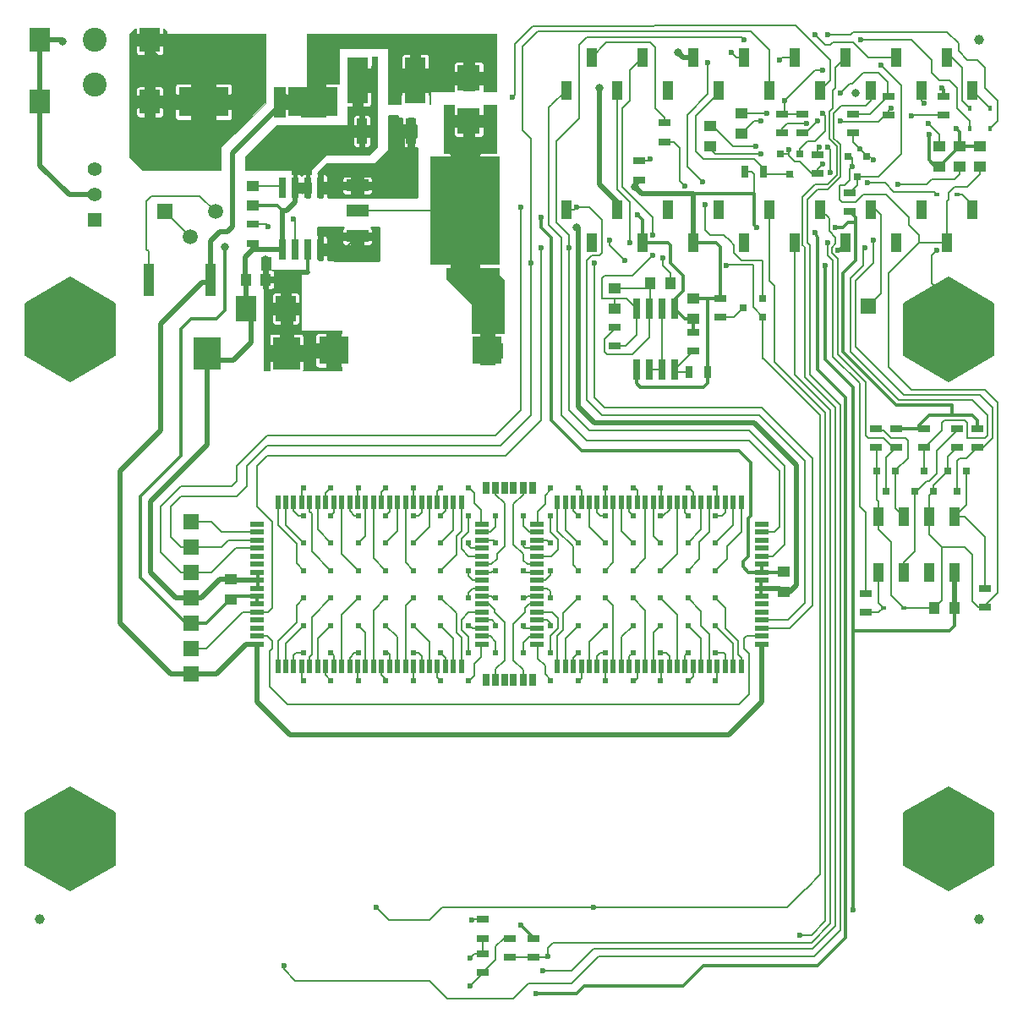
<source format=gbr>
G04 #@! TF.FileFunction,Copper,L2,Bot,Signal*
%FSLAX46Y46*%
G04 Gerber Fmt 4.6, Leading zero omitted, Abs format (unit mm)*
G04 Created by KiCad (PCBNEW 0.201604232031+6710~44~ubuntu14.04.1-product) date Thu 12 May 2016 08:27:13 AM CEST*
%MOMM*%
%LPD*%
G01*
G04 APERTURE LIST*
%ADD10C,0.100000*%
%ADD11C,1.000000*%
%ADD12C,0.150000*%
%ADD13R,0.660400X2.032000*%
%ADD14R,1.020000X1.900000*%
%ADD15C,1.510000*%
%ADD16R,1.510000X1.510000*%
%ADD17R,1.000000X3.200000*%
%ADD18R,1.000000X2.500000*%
%ADD19R,2.920000X2.790000*%
%ADD20R,2.286000X1.143000*%
%ADD21R,6.997700X10.800080*%
%ADD22R,1.000000X1.250000*%
%ADD23R,1.250000X1.000000*%
%ADD24R,2.000000X2.500000*%
%ADD25R,1.300000X0.700000*%
%ADD26R,5.000000X3.000000*%
%ADD27R,2.700000X3.200000*%
%ADD28R,1.020000X1.850000*%
%ADD29C,2.400000*%
%ADD30R,2.000000X2.400000*%
%ADD31R,0.450000X0.590000*%
%ADD32R,0.590000X0.450000*%
%ADD33R,0.800100X0.800100*%
%ADD34R,0.700000X1.300000*%
%ADD35R,1.501140X1.501140*%
%ADD36R,1.397000X1.397000*%
%ADD37C,1.397000*%
%ADD38R,2.000000X4.600000*%
%ADD39R,2.300000X2.500000*%
%ADD40R,0.500000X1.480000*%
%ADD41R,1.480000X0.500000*%
%ADD42C,1.000000*%
%ADD43C,9.000000*%
%ADD44C,0.604800*%
%ADD45R,0.800000X1.300000*%
%ADD46C,0.800000*%
%ADD47C,0.600000*%
%ADD48C,0.500000*%
%ADD49C,0.300000*%
%ADD50C,0.200000*%
%ADD51C,0.254000*%
G04 APERTURE END LIST*
D10*
D11*
X144000000Y-69400000D02*
X148000000Y-71700000D01*
X148000000Y-71700000D02*
X148000000Y-76300000D01*
X148000000Y-76300000D02*
X144000000Y-78600000D01*
X144000000Y-78600000D02*
X140000000Y-76300000D01*
X140000000Y-76300000D02*
X140000000Y-71700000D01*
X140000000Y-71700000D02*
X144000000Y-69400000D01*
D12*
X148500000Y-76598000D02*
X144000000Y-79196000D01*
X144000000Y-79196000D02*
X139500000Y-76598000D01*
X139500000Y-71402000D02*
X144000000Y-68804000D01*
X144000000Y-68804000D02*
X148500000Y-71402000D01*
X148500000Y-71402000D02*
X148500000Y-76598000D01*
X139500000Y-71402000D02*
X139500000Y-76598000D01*
D11*
X144000000Y-120400000D02*
X148000000Y-122700000D01*
X148000000Y-122700000D02*
X148000000Y-127300000D01*
X148000000Y-127300000D02*
X144000000Y-129600000D01*
X144000000Y-129600000D02*
X140000000Y-127300000D01*
X140000000Y-127300000D02*
X140000000Y-122700000D01*
X140000000Y-122700000D02*
X144000000Y-120400000D01*
D12*
X148500000Y-127598000D02*
X144000000Y-130196000D01*
X144000000Y-130196000D02*
X139500000Y-127598000D01*
X139500000Y-122402000D02*
X144000000Y-119804000D01*
X144000000Y-119804000D02*
X148500000Y-122402000D01*
X148500000Y-122402000D02*
X148500000Y-127598000D01*
X139500000Y-122402000D02*
X139500000Y-127598000D01*
D11*
X56000000Y-120400000D02*
X60000000Y-122700000D01*
X60000000Y-122700000D02*
X60000000Y-127300000D01*
X60000000Y-127300000D02*
X56000000Y-129600000D01*
X56000000Y-129600000D02*
X52000000Y-127300000D01*
X52000000Y-127300000D02*
X52000000Y-122700000D01*
X52000000Y-122700000D02*
X56000000Y-120400000D01*
D12*
X60500000Y-127598000D02*
X56000000Y-130196000D01*
X56000000Y-130196000D02*
X51500000Y-127598000D01*
X51500000Y-122402000D02*
X56000000Y-119804000D01*
X56000000Y-119804000D02*
X60500000Y-122402000D01*
X60500000Y-122402000D02*
X60500000Y-127598000D01*
X51500000Y-122402000D02*
X51500000Y-127598000D01*
D11*
X56000000Y-69400000D02*
X60000000Y-71700000D01*
X60000000Y-71700000D02*
X60000000Y-76300000D01*
X60000000Y-76300000D02*
X56000000Y-78600000D01*
X56000000Y-78600000D02*
X52000000Y-76300000D01*
X52000000Y-76300000D02*
X52000000Y-71700000D01*
X52000000Y-71700000D02*
X56000000Y-69400000D01*
D12*
X60500000Y-76598000D02*
X56000000Y-79196000D01*
X56000000Y-79196000D02*
X51500000Y-76598000D01*
X51500000Y-71402000D02*
X56000000Y-68804000D01*
X56000000Y-68804000D02*
X60500000Y-71402000D01*
X60500000Y-71402000D02*
X60500000Y-76598000D01*
X51500000Y-71402000D02*
X51500000Y-76598000D01*
D13*
X116507000Y-78030400D03*
X115237000Y-78030400D03*
X113967000Y-78030400D03*
X112697000Y-78030400D03*
X112697000Y-71883600D03*
X113967000Y-71883600D03*
X115237000Y-71883600D03*
X116507000Y-71883600D03*
D14*
X146320000Y-61970000D03*
X143780000Y-65270000D03*
X141240000Y-61970000D03*
X138700000Y-65270000D03*
X136160000Y-61970000D03*
X133620000Y-65270000D03*
X131080000Y-61970000D03*
X128540000Y-65270000D03*
X126000000Y-61970000D03*
X123460000Y-65270000D03*
X118380000Y-65270000D03*
X113300000Y-65270000D03*
X108220000Y-65270000D03*
X105680000Y-61970000D03*
X115840000Y-61970000D03*
X110760000Y-61970000D03*
X120920000Y-61970000D03*
X136160000Y-50030000D03*
X141240000Y-50030000D03*
X131080000Y-50030000D03*
X146320000Y-50030000D03*
X143780000Y-46730000D03*
X138700000Y-46730000D03*
X133620000Y-46730000D03*
X128540000Y-46730000D03*
X126000000Y-50030000D03*
X123460000Y-46730000D03*
X120920000Y-50030000D03*
X118380000Y-46730000D03*
X115840000Y-50030000D03*
X113300000Y-46730000D03*
X110760000Y-50030000D03*
X108220000Y-46730000D03*
X105680000Y-50030000D03*
D15*
X70536000Y-62154000D03*
D16*
X65456000Y-62154000D03*
D15*
X67996000Y-64694000D03*
D17*
X70074000Y-68994000D03*
X63874000Y-68994000D03*
D18*
X90125000Y-54135000D03*
X85225000Y-54135000D03*
D19*
X82409000Y-76092000D03*
X97779000Y-76092000D03*
D20*
X84760000Y-62122000D03*
D21*
X95555000Y-62122000D03*
D20*
X84760000Y-59582000D03*
X84760000Y-64662000D03*
D22*
X75594000Y-68994000D03*
X73594000Y-68994000D03*
D23*
X74340000Y-59612000D03*
X74340000Y-61612000D03*
D24*
X77610000Y-71915000D03*
X73610000Y-71915000D03*
D25*
X74340000Y-63472000D03*
X74340000Y-65372000D03*
D26*
X80354000Y-51200000D03*
X69354000Y-51200000D03*
D27*
X77655000Y-76360000D03*
X69755000Y-76360000D03*
D23*
X120104000Y-53618000D03*
X120104000Y-55618000D03*
X145082000Y-57669000D03*
X145082000Y-55669000D03*
X123238000Y-54367000D03*
X123238000Y-52367000D03*
X143050000Y-55669000D03*
X143050000Y-57669000D03*
D28*
X144574000Y-92706000D03*
X142034000Y-92706000D03*
X139494000Y-92706000D03*
X136954000Y-92706000D03*
X144574000Y-98356000D03*
X142034000Y-98356000D03*
X139494000Y-98356000D03*
X136954000Y-98356000D03*
D29*
X58500000Y-49500000D03*
D30*
X53000000Y-45000000D03*
X64000000Y-45000000D03*
X53000000Y-51200000D03*
X64000000Y-51200000D03*
D29*
X58500000Y-45000000D03*
D25*
X112954000Y-59024000D03*
X112954000Y-57124000D03*
X143472000Y-52520000D03*
X143472000Y-50620000D03*
D23*
X147114000Y-57669000D03*
X147114000Y-55669000D03*
D31*
X148130000Y-51804000D03*
X148130000Y-53914000D03*
D32*
X144867000Y-60479000D03*
X142757000Y-60479000D03*
D33*
X133886000Y-56665240D03*
X135786000Y-56665240D03*
X134836000Y-58664220D03*
X127155000Y-56411240D03*
X129055000Y-56411240D03*
X128105000Y-58410220D03*
D25*
X121082000Y-72764000D03*
X121082000Y-70864000D03*
X115494000Y-53314000D03*
X115494000Y-55214000D03*
D34*
X123558000Y-58193000D03*
X125458000Y-58193000D03*
D25*
X134074000Y-62172000D03*
X134074000Y-60272000D03*
X130899000Y-58362000D03*
X130899000Y-56462000D03*
X127302000Y-52417000D03*
X127302000Y-54317000D03*
X137970000Y-50639000D03*
X137970000Y-52539000D03*
X134414000Y-52417000D03*
X134414000Y-54317000D03*
D31*
X146098000Y-51804000D03*
X146098000Y-53914000D03*
D33*
X125384760Y-70864000D03*
X125384760Y-72764000D03*
X123385780Y-71814000D03*
D25*
X129334000Y-52417000D03*
X129334000Y-54317000D03*
D35*
X68120000Y-103405000D03*
D23*
X127432000Y-98246000D03*
X127432000Y-100246000D03*
X72060000Y-101008000D03*
X72060000Y-99008000D03*
D36*
X58500000Y-63040000D03*
D37*
X58500000Y-60500000D03*
X58500000Y-57960000D03*
D38*
X90575000Y-49055000D03*
X84775000Y-49055000D03*
D39*
X95930000Y-48810000D03*
X95930000Y-53110000D03*
D13*
X77267000Y-59810600D03*
X78537000Y-59810600D03*
X79807000Y-59810600D03*
X81077000Y-59810600D03*
X81077000Y-65957400D03*
X79807000Y-65957400D03*
X78537000Y-65957400D03*
X77267000Y-65957400D03*
D25*
X102410000Y-136867000D03*
X102410000Y-134967000D03*
X99997000Y-134967000D03*
X99997000Y-136867000D03*
X97330000Y-136491000D03*
X97330000Y-138391000D03*
X97330000Y-133062000D03*
X97330000Y-134962000D03*
D40*
X95200000Y-107740000D03*
X94400000Y-107740000D03*
X93600000Y-107740000D03*
X92800000Y-107740000D03*
X92000000Y-107740000D03*
X91200000Y-107740000D03*
X90400000Y-107740000D03*
X89600000Y-107740000D03*
X88800000Y-107740000D03*
X88000000Y-107740000D03*
X87200000Y-107740000D03*
X86400000Y-107740000D03*
X85600000Y-107740000D03*
X84800000Y-107740000D03*
X84000000Y-107740000D03*
X83200000Y-107740000D03*
X82400000Y-107740000D03*
X81600000Y-107740000D03*
X80800000Y-107740000D03*
X80000000Y-107740000D03*
X79200000Y-107740000D03*
X78400000Y-107740000D03*
X77600000Y-107740000D03*
X76800000Y-107740000D03*
D41*
X74760000Y-105500000D03*
X74760000Y-104700000D03*
X74760000Y-103900000D03*
X74760000Y-103100000D03*
X74760000Y-102300000D03*
X74760000Y-101500000D03*
X74760000Y-100700000D03*
X74760000Y-99900000D03*
X74760000Y-99100000D03*
X74760000Y-98300000D03*
X74760000Y-97500000D03*
X74760000Y-96700000D03*
X74760000Y-95900000D03*
X74760000Y-95100000D03*
X74760000Y-94300000D03*
X74760000Y-93500000D03*
D40*
X76800000Y-91260000D03*
X77600000Y-91260000D03*
X78400000Y-91260000D03*
X79200000Y-91260000D03*
X80000000Y-91260000D03*
X80800000Y-91260000D03*
X81600000Y-91260000D03*
X82400000Y-91260000D03*
X83200000Y-91260000D03*
X84000000Y-91260000D03*
X84800000Y-91260000D03*
X85600000Y-91260000D03*
X86400000Y-91260000D03*
X87200000Y-91260000D03*
X88000000Y-91260000D03*
X88800000Y-91260000D03*
X89600000Y-91260000D03*
X90400000Y-91260000D03*
X91200000Y-91260000D03*
X92000000Y-91260000D03*
X92800000Y-91260000D03*
X93600000Y-91260000D03*
X94400000Y-91260000D03*
X95200000Y-91260000D03*
D41*
X97240000Y-93500000D03*
X97240000Y-94300000D03*
X97240000Y-95100000D03*
X97240000Y-95900000D03*
X97240000Y-96700000D03*
X97240000Y-97500000D03*
X97240000Y-98300000D03*
X97240000Y-99100000D03*
X97240000Y-99900000D03*
X97240000Y-100700000D03*
X97240000Y-101500000D03*
X97240000Y-102300000D03*
X97240000Y-103100000D03*
X97240000Y-103900000D03*
X97240000Y-104700000D03*
X97240000Y-105500000D03*
D40*
X104800000Y-91260000D03*
X105600000Y-91260000D03*
X106400000Y-91260000D03*
X107200000Y-91260000D03*
X108000000Y-91260000D03*
X108800000Y-91260000D03*
X109600000Y-91260000D03*
X110400000Y-91260000D03*
X111200000Y-91260000D03*
X112000000Y-91260000D03*
X112800000Y-91260000D03*
X113600000Y-91260000D03*
X114400000Y-91260000D03*
X115200000Y-91260000D03*
X116000000Y-91260000D03*
X116800000Y-91260000D03*
X117600000Y-91260000D03*
X118400000Y-91260000D03*
X119200000Y-91260000D03*
X120000000Y-91260000D03*
X120800000Y-91260000D03*
X121600000Y-91260000D03*
X122400000Y-91260000D03*
X123200000Y-91260000D03*
D41*
X125240000Y-93500000D03*
X125240000Y-94300000D03*
X125240000Y-95100000D03*
X125240000Y-95900000D03*
X125240000Y-96700000D03*
X125240000Y-97500000D03*
X125240000Y-98300000D03*
X125240000Y-99100000D03*
X125240000Y-99900000D03*
X125240000Y-100700000D03*
X125240000Y-101500000D03*
X125240000Y-102300000D03*
X125240000Y-103100000D03*
X125240000Y-103900000D03*
X125240000Y-104700000D03*
X125240000Y-105500000D03*
D40*
X123200000Y-107740000D03*
X122400000Y-107740000D03*
X121600000Y-107740000D03*
X120800000Y-107740000D03*
X120000000Y-107740000D03*
X119200000Y-107740000D03*
X118400000Y-107740000D03*
X117600000Y-107740000D03*
X116800000Y-107740000D03*
X116000000Y-107740000D03*
X115200000Y-107740000D03*
X114400000Y-107740000D03*
X113600000Y-107740000D03*
X112800000Y-107740000D03*
X112000000Y-107740000D03*
X111200000Y-107740000D03*
X110400000Y-107740000D03*
X109600000Y-107740000D03*
X108800000Y-107740000D03*
X108000000Y-107740000D03*
X107200000Y-107740000D03*
X106400000Y-107740000D03*
X105600000Y-107740000D03*
X104800000Y-107740000D03*
D41*
X102760000Y-105500000D03*
X102760000Y-104700000D03*
X102760000Y-103900000D03*
X102760000Y-103100000D03*
X102760000Y-102300000D03*
X102760000Y-101500000D03*
X102760000Y-100700000D03*
X102760000Y-99900000D03*
X102760000Y-99100000D03*
X102760000Y-98300000D03*
X102760000Y-97500000D03*
X102760000Y-96700000D03*
X102760000Y-95900000D03*
X102760000Y-95100000D03*
X102760000Y-94300000D03*
X102760000Y-93500000D03*
D42*
X147000000Y-45000000D03*
X147000000Y-133000000D03*
X53000000Y-133000000D03*
D22*
X142558000Y-101881000D03*
X144558000Y-101881000D03*
D32*
X139533000Y-101881000D03*
X137423000Y-101881000D03*
D33*
X142476000Y-90181760D03*
X140576000Y-90181760D03*
X141526000Y-88182780D03*
X143878000Y-88180240D03*
X145778000Y-88180240D03*
X144828000Y-90179220D03*
X136766000Y-88180240D03*
X138666000Y-88180240D03*
X137716000Y-90179220D03*
D35*
X68120000Y-108485000D03*
X68120000Y-95785000D03*
X68120000Y-93245000D03*
X68120000Y-105945000D03*
X68120000Y-98325000D03*
X68120000Y-100865000D03*
X135938000Y-71655000D03*
D25*
X141526000Y-85813000D03*
X141526000Y-83913000D03*
X135684000Y-100423000D03*
X135684000Y-102323000D03*
X144828000Y-83913000D03*
X144828000Y-85813000D03*
X147622000Y-99915000D03*
X147622000Y-101815000D03*
X136700000Y-83913000D03*
X136700000Y-85813000D03*
X138732000Y-85813000D03*
X138732000Y-83913000D03*
X146860000Y-85813000D03*
X146860000Y-83913000D03*
D23*
X118412000Y-70909000D03*
X118412000Y-72909000D03*
D22*
X114110000Y-69369000D03*
X116110000Y-69369000D03*
D23*
X110538000Y-71893000D03*
X110538000Y-69893000D03*
D34*
X119870000Y-78259000D03*
X117970000Y-78259000D03*
D25*
X118412000Y-76161000D03*
X118412000Y-74261000D03*
X110538000Y-75653000D03*
X110538000Y-73753000D03*
D43*
X144000000Y-74000000D03*
X144000000Y-125000000D03*
X56000000Y-125000000D03*
X56000000Y-74000000D03*
D44*
X120625000Y-98125000D03*
X120625000Y-95375000D03*
X120625000Y-92625000D03*
X120625000Y-89875000D03*
X117875000Y-98125000D03*
X117875000Y-95375000D03*
X117875000Y-89875000D03*
X117875000Y-92625000D03*
X115125000Y-98125000D03*
X115125000Y-92625000D03*
X115125000Y-89875000D03*
X115125000Y-95375000D03*
X112375000Y-98125000D03*
X112375000Y-89875000D03*
X112375000Y-92625000D03*
X112375000Y-95375000D03*
X109625000Y-98125000D03*
X109625000Y-89875000D03*
X109625000Y-92625000D03*
X109625000Y-95375000D03*
X106875000Y-89875000D03*
X106875000Y-92625000D03*
X106875000Y-95375000D03*
X106875000Y-98125000D03*
X104125000Y-89875000D03*
X101375000Y-92625000D03*
X104125000Y-95375000D03*
X101375000Y-95375000D03*
X104125000Y-92625000D03*
X101375000Y-89875000D03*
X101375000Y-98125000D03*
X104125000Y-98125000D03*
X104125000Y-100875000D03*
X101375000Y-100875000D03*
X101375000Y-109125000D03*
X104125000Y-106375000D03*
X104125000Y-103625000D03*
X101375000Y-103625000D03*
X101375000Y-106375000D03*
X104125000Y-109125000D03*
X106875000Y-100875000D03*
X106875000Y-103625000D03*
X106875000Y-106375000D03*
X106875000Y-109125000D03*
X109625000Y-103625000D03*
X109625000Y-106375000D03*
X109625000Y-109125000D03*
X109625000Y-100875000D03*
X112375000Y-103625000D03*
X112375000Y-106375000D03*
X112375000Y-109125000D03*
X112375000Y-100875000D03*
X115125000Y-103625000D03*
X115125000Y-109125000D03*
X115125000Y-106375000D03*
X115125000Y-100875000D03*
X117875000Y-106375000D03*
X117875000Y-109125000D03*
X117875000Y-103625000D03*
X117875000Y-100875000D03*
X120625000Y-109125000D03*
X120625000Y-106375000D03*
X120625000Y-103625000D03*
X120625000Y-100875000D03*
X98625000Y-109125000D03*
X95875000Y-109125000D03*
X93125000Y-109125000D03*
X90375000Y-109125000D03*
X87625000Y-109125000D03*
X84875000Y-109125000D03*
X82125000Y-109125000D03*
X79375000Y-109125000D03*
X98625000Y-106375000D03*
X95875000Y-106375000D03*
X93125000Y-106375000D03*
X90375000Y-106375000D03*
X87625000Y-106375000D03*
X84875000Y-106375000D03*
X82125000Y-106375000D03*
X79375000Y-106375000D03*
X98625000Y-103625000D03*
X95875000Y-103625000D03*
X93125000Y-103625000D03*
X90375000Y-103625000D03*
X87625000Y-103625000D03*
X84875000Y-103625000D03*
X82125000Y-103625000D03*
X79375000Y-103625000D03*
X98625000Y-100875000D03*
X95875000Y-100875000D03*
X93125000Y-100875000D03*
X90375000Y-100875000D03*
X87625000Y-100875000D03*
X84875000Y-100875000D03*
X82125000Y-100875000D03*
X79375000Y-100875000D03*
X98625000Y-98125000D03*
X95875000Y-98125000D03*
X93125000Y-98125000D03*
X90375000Y-98125000D03*
X87625000Y-98125000D03*
X84875000Y-98125000D03*
X82125000Y-98125000D03*
X79375000Y-98125000D03*
X98625000Y-95375000D03*
X95875000Y-95375000D03*
X93125000Y-95375000D03*
X90375000Y-95375000D03*
X87625000Y-95375000D03*
X84875000Y-95375000D03*
X82125000Y-95375000D03*
X79375000Y-95375000D03*
X98625000Y-92625000D03*
X95875000Y-92625000D03*
X93125000Y-92625000D03*
X90375000Y-92625000D03*
X87625000Y-92625000D03*
X84875000Y-92625000D03*
X82125000Y-92625000D03*
X79375000Y-92625000D03*
X98625000Y-89875000D03*
X95875000Y-89875000D03*
X93125000Y-89875000D03*
X90375000Y-89875000D03*
X87625000Y-89875000D03*
X84875000Y-89875000D03*
X82125000Y-89875000D03*
X79375000Y-89875000D03*
D45*
X101370000Y-109104000D03*
D34*
X100420000Y-109104000D03*
X102320000Y-109104000D03*
D45*
X98620000Y-89854000D03*
D34*
X97670000Y-89854000D03*
X99570000Y-89854000D03*
D45*
X101370000Y-89854000D03*
D34*
X100420000Y-89854000D03*
X102320000Y-89854000D03*
D45*
X98620000Y-109104000D03*
D34*
X99570000Y-109104000D03*
X97670000Y-109104000D03*
D46*
X134668000Y-50319000D03*
X75610000Y-66962000D03*
D47*
X76756000Y-54383000D03*
X75232000Y-55907000D03*
X73962000Y-57431000D03*
X70406000Y-57431000D03*
X70406000Y-55907000D03*
X70914000Y-54383000D03*
X112824000Y-62511000D03*
X131620000Y-67591000D03*
X134414000Y-132107000D03*
D46*
X106728000Y-63781000D03*
D47*
X144701000Y-53875000D03*
X142034000Y-54510000D03*
X143304000Y-49811000D03*
D46*
X116888000Y-46255000D03*
X66000000Y-54500000D03*
X65704000Y-47658000D03*
D47*
X124676000Y-55634000D03*
X125184000Y-56396000D03*
X138900000Y-59444000D03*
X125184000Y-53094000D03*
X125778000Y-52351000D03*
X141948000Y-53348000D03*
D46*
X55290000Y-45118000D03*
X109014000Y-49811000D03*
D47*
X114094000Y-56923000D03*
X102664000Y-140489000D03*
X101140000Y-133631000D03*
X130604000Y-64289000D03*
X103172000Y-62765000D03*
X124762000Y-63781000D03*
X132636000Y-63781000D03*
D46*
X112570000Y-59717000D03*
X71546000Y-65692000D03*
D47*
X101140000Y-61749000D03*
X106728000Y-61749000D03*
X108506000Y-67337000D03*
X102156000Y-67337000D03*
X131366000Y-57431000D03*
X134287000Y-57685000D03*
X127978000Y-56015000D03*
X127556000Y-51081000D03*
X131407000Y-48014000D03*
X133144000Y-50319000D03*
X131874000Y-44477000D03*
X129756000Y-53348000D03*
X135811000Y-59336000D03*
X131026000Y-55761000D03*
X121714000Y-67591000D03*
X110030000Y-65051000D03*
X111554000Y-67083000D03*
X86662000Y-131853000D03*
X108379000Y-131853000D03*
X137208000Y-47525000D03*
X122222000Y-46255000D03*
X77391000Y-137695000D03*
X129080000Y-134647000D03*
X135176000Y-44985000D03*
X132128000Y-58320000D03*
X131874000Y-55780000D03*
X130858000Y-53113000D03*
X127048000Y-47017000D03*
X119850000Y-47252000D03*
X119555000Y-61495000D03*
X119301000Y-59209000D03*
X100254000Y-50708000D03*
X117526000Y-59598000D03*
X75864000Y-63660000D03*
X96187000Y-133123000D03*
X96060000Y-139727000D03*
X103807000Y-136806000D03*
X96060000Y-136933000D03*
X103299000Y-138203000D03*
X123492000Y-44985000D03*
X130604000Y-44477000D03*
X103172000Y-65813000D03*
X105966000Y-65813000D03*
X140256000Y-52605000D03*
X138224000Y-51843000D03*
X131366000Y-52351000D03*
X133144000Y-53113000D03*
X136446000Y-57050000D03*
X135090000Y-55888000D03*
X135557000Y-65813000D03*
X141526000Y-51335000D03*
X114348000Y-64543000D03*
X136446000Y-65051000D03*
X131874000Y-65305000D03*
X112062000Y-65305000D03*
X114348000Y-66575000D03*
X132890000Y-66067000D03*
X142796000Y-66067000D03*
X115364000Y-66829000D03*
X78404000Y-62898000D03*
D48*
X79807000Y-68232000D02*
X79102000Y-68232000D01*
X79102000Y-68232000D02*
X77610000Y-69724000D01*
D49*
X79807000Y-66059000D02*
X79807000Y-68232000D01*
X79807000Y-68232000D02*
X79807000Y-68329000D01*
D48*
X75594000Y-68994000D02*
X76880000Y-68994000D01*
X76880000Y-68994000D02*
X77610000Y-69724000D01*
X77610000Y-69724000D02*
X77610000Y-71915000D01*
X75594000Y-66978000D02*
X75594000Y-68994000D01*
X75610000Y-66962000D02*
X75594000Y-66978000D01*
X78124000Y-72798000D02*
X78124000Y-77034000D01*
X78124000Y-77034000D02*
X78042000Y-77116000D01*
D50*
X82409000Y-75592000D02*
X81458000Y-75592000D01*
X81458000Y-75592000D02*
X79934000Y-77116000D01*
X79934000Y-77116000D02*
X78042000Y-77116000D01*
X78124000Y-77034000D02*
X78042000Y-77116000D01*
X78124000Y-77034000D02*
X78042000Y-77116000D01*
X97779000Y-69307000D02*
X97779000Y-75592000D01*
X95930000Y-53110000D02*
X95930000Y-61747000D01*
X95930000Y-61747000D02*
X95555000Y-62122000D01*
X95555000Y-62122000D02*
X95555000Y-67583000D01*
X95555000Y-67583000D02*
X97779000Y-69807000D01*
X95726000Y-61951000D02*
X95555000Y-62122000D01*
X84760000Y-62122000D02*
X95555000Y-62122000D01*
X79200000Y-91350000D02*
X79200000Y-90050000D01*
X79200000Y-90050000D02*
X79375000Y-89875000D01*
X81600000Y-91350000D02*
X81600000Y-90400000D01*
X81600000Y-90400000D02*
X82125000Y-89875000D01*
X84800000Y-91350000D02*
X84800000Y-89950000D01*
X84800000Y-89950000D02*
X84875000Y-89875000D01*
X87200000Y-91350000D02*
X87200000Y-90300000D01*
X87200000Y-90300000D02*
X87625000Y-89875000D01*
X90400000Y-91350000D02*
X90400000Y-89900000D01*
X90400000Y-89900000D02*
X90375000Y-89875000D01*
X92800000Y-91350000D02*
X92800000Y-90200000D01*
X92800000Y-90200000D02*
X93125000Y-89875000D01*
X95875000Y-89875000D02*
X95963000Y-89875000D01*
X95963000Y-89875000D02*
X96444000Y-90356000D01*
X96444000Y-90356000D02*
X96444000Y-91372000D01*
X96444000Y-91372000D02*
X97150000Y-92078000D01*
X97150000Y-92078000D02*
X97150000Y-93500000D01*
X98625000Y-89875000D02*
X98625000Y-90505000D01*
X98190000Y-97500000D02*
X97150000Y-97500000D01*
X98730000Y-96960000D02*
X98190000Y-97500000D01*
X98730000Y-96452000D02*
X98730000Y-96960000D01*
X99492000Y-95690000D02*
X98730000Y-96452000D01*
X99492000Y-91372000D02*
X99492000Y-95690000D01*
X98625000Y-90505000D02*
X99492000Y-91372000D01*
X78400000Y-91350000D02*
X78400000Y-92124000D01*
X78901000Y-92625000D02*
X79375000Y-92625000D01*
X78400000Y-92124000D02*
X78901000Y-92625000D01*
X82400000Y-91350000D02*
X82400000Y-92350000D01*
X82400000Y-92350000D02*
X82125000Y-92625000D01*
X84000000Y-91350000D02*
X84000000Y-92136000D01*
X84489000Y-92625000D02*
X84875000Y-92625000D01*
X84000000Y-92136000D02*
X84489000Y-92625000D01*
X88000000Y-91350000D02*
X88000000Y-92250000D01*
X88000000Y-92250000D02*
X87625000Y-92625000D01*
X91200000Y-91350000D02*
X91200000Y-92298000D01*
X90873000Y-92625000D02*
X90375000Y-92625000D01*
X91200000Y-92298000D02*
X90873000Y-92625000D01*
X93600000Y-91350000D02*
X93600000Y-92150000D01*
X93600000Y-92150000D02*
X93125000Y-92625000D01*
X95875000Y-92625000D02*
X95875000Y-94227000D01*
X95930000Y-96700000D02*
X97150000Y-96700000D01*
X95174000Y-95944000D02*
X95930000Y-96700000D01*
X95174000Y-94928000D02*
X95174000Y-95944000D01*
X95875000Y-94227000D02*
X95174000Y-94928000D01*
X98625000Y-92625000D02*
X98625000Y-93763000D01*
X98088000Y-94300000D02*
X97150000Y-94300000D01*
X98625000Y-93763000D02*
X98088000Y-94300000D01*
X77600000Y-91350000D02*
X77600000Y-93600000D01*
X77600000Y-93600000D02*
X79375000Y-95375000D01*
X80800000Y-91350000D02*
X80800000Y-94050000D01*
X80800000Y-94050000D02*
X82125000Y-95375000D01*
X85600000Y-91350000D02*
X85600000Y-94650000D01*
X85600000Y-94650000D02*
X84875000Y-95375000D01*
X88800000Y-91350000D02*
X88800000Y-94200000D01*
X88800000Y-94200000D02*
X87625000Y-95375000D01*
X92000000Y-91350000D02*
X92000000Y-93750000D01*
X92000000Y-93750000D02*
X90375000Y-95375000D01*
X94400000Y-91350000D02*
X94400000Y-94100000D01*
X94400000Y-94100000D02*
X93125000Y-95375000D01*
X95875000Y-95375000D02*
X95875000Y-95629000D01*
X95875000Y-95629000D02*
X96146000Y-95900000D01*
X96146000Y-95900000D02*
X97150000Y-95900000D01*
X98625000Y-95375000D02*
X98625000Y-95331000D01*
X98625000Y-95331000D02*
X98394000Y-95100000D01*
X98394000Y-95100000D02*
X97150000Y-95100000D01*
X76800000Y-91350000D02*
X76800000Y-93572000D01*
X78664000Y-97414000D02*
X79375000Y-98125000D01*
X78664000Y-95436000D02*
X78664000Y-97414000D01*
X76800000Y-93572000D02*
X78664000Y-95436000D01*
X80000000Y-91350000D02*
X80000000Y-92200000D01*
X80188000Y-96188000D02*
X82125000Y-98125000D01*
X80188000Y-92388000D02*
X80188000Y-96188000D01*
X80000000Y-92200000D02*
X80188000Y-92388000D01*
X83200000Y-91350000D02*
X83200000Y-96450000D01*
X83200000Y-96450000D02*
X84875000Y-98125000D01*
X86400000Y-91350000D02*
X86400000Y-96900000D01*
X86400000Y-96900000D02*
X87625000Y-98125000D01*
X89600000Y-91350000D02*
X89600000Y-97350000D01*
X89600000Y-97350000D02*
X90375000Y-98125000D01*
X95200000Y-91350000D02*
X95200000Y-94140000D01*
X94666000Y-96584000D02*
X93125000Y-98125000D01*
X94666000Y-94674000D02*
X94666000Y-96584000D01*
X95200000Y-94140000D02*
X94666000Y-94674000D01*
X95875000Y-98125000D02*
X95875000Y-98677000D01*
X96298000Y-99100000D02*
X97150000Y-99100000D01*
X95875000Y-98677000D02*
X96298000Y-99100000D01*
X98625000Y-98125000D02*
X98327000Y-98125000D01*
X98327000Y-98125000D02*
X98152000Y-98300000D01*
X98152000Y-98300000D02*
X97150000Y-98300000D01*
X76800000Y-107650000D02*
X76800000Y-105174000D01*
X78664000Y-101586000D02*
X79375000Y-100875000D01*
X78664000Y-103310000D02*
X78664000Y-101586000D01*
X76800000Y-105174000D02*
X78664000Y-103310000D01*
X80000000Y-107650000D02*
X80000000Y-106757998D01*
X80188000Y-102812000D02*
X82125000Y-100875000D01*
X80188000Y-106569998D02*
X80188000Y-102812000D01*
X80000000Y-106757998D02*
X80188000Y-106569998D01*
X83200000Y-107650000D02*
X83200000Y-102550000D01*
X83200000Y-102550000D02*
X84875000Y-100875000D01*
X86400000Y-107650000D02*
X86400000Y-102100000D01*
X86400000Y-102100000D02*
X87625000Y-100875000D01*
X89600000Y-107650000D02*
X89600000Y-101650000D01*
X89600000Y-101650000D02*
X90375000Y-100875000D01*
X95200000Y-107650000D02*
X95200000Y-104860000D01*
X94666000Y-102416000D02*
X93125000Y-100875000D01*
X94666000Y-104326000D02*
X94666000Y-102416000D01*
X95200000Y-104860000D02*
X94666000Y-104326000D01*
X95875000Y-100875000D02*
X95875000Y-100323000D01*
X96298000Y-99900000D02*
X97150000Y-99900000D01*
X95875000Y-100323000D02*
X96298000Y-99900000D01*
X98625000Y-100875000D02*
X98327000Y-100875000D01*
X98327000Y-100875000D02*
X98152000Y-100700000D01*
X98152000Y-100700000D02*
X97150000Y-100700000D01*
X77600000Y-107650000D02*
X77600000Y-105400000D01*
X77600000Y-105400000D02*
X79375000Y-103625000D01*
X80800000Y-107650000D02*
X80800000Y-104950000D01*
X80800000Y-104950000D02*
X82125000Y-103625000D01*
X85600000Y-107650000D02*
X85600000Y-104350000D01*
X85600000Y-104350000D02*
X84875000Y-103625000D01*
X88800000Y-107650000D02*
X88800000Y-104800000D01*
X88800000Y-104800000D02*
X87625000Y-103625000D01*
X92000000Y-107650000D02*
X92000000Y-105250000D01*
X92000000Y-105250000D02*
X90375000Y-103625000D01*
X94400000Y-107650000D02*
X94400000Y-104900000D01*
X94400000Y-104900000D02*
X93125000Y-103625000D01*
X95875000Y-103625000D02*
X95997000Y-103625000D01*
X95997000Y-103625000D02*
X96272000Y-103900000D01*
X96272000Y-103900000D02*
X97150000Y-103900000D01*
X98625000Y-103625000D02*
X98625000Y-103459000D01*
X98625000Y-103459000D02*
X98266000Y-103100000D01*
X98266000Y-103100000D02*
X97150000Y-103100000D01*
X78400000Y-107650000D02*
X78400000Y-106622000D01*
X78647000Y-106375000D02*
X79375000Y-106375000D01*
X78400000Y-106622000D02*
X78647000Y-106375000D01*
X82400000Y-107650000D02*
X82400000Y-106650000D01*
X82400000Y-106650000D02*
X82125000Y-106375000D01*
X84000000Y-107650000D02*
X84000000Y-106864000D01*
X84489000Y-106375000D02*
X84875000Y-106375000D01*
X84000000Y-106864000D02*
X84489000Y-106375000D01*
X87625000Y-106375000D02*
X87825000Y-106375000D01*
X87825000Y-106375000D02*
X88000000Y-106550000D01*
X88000000Y-106550000D02*
X88000000Y-107650000D01*
X91200000Y-107650000D02*
X91200000Y-106702000D01*
X90873000Y-106375000D02*
X90375000Y-106375000D01*
X91200000Y-106702000D02*
X90873000Y-106375000D01*
X93600000Y-107650000D02*
X93600000Y-106850000D01*
X93600000Y-106850000D02*
X93125000Y-106375000D01*
X95875000Y-106375000D02*
X95875000Y-104773000D01*
X95930000Y-102300000D02*
X97150000Y-102300000D01*
X95174000Y-103056000D02*
X95930000Y-102300000D01*
X95174000Y-104072000D02*
X95174000Y-103056000D01*
X95875000Y-104773000D02*
X95174000Y-104072000D01*
X98625000Y-106375000D02*
X98625000Y-105237000D01*
X98088000Y-104700000D02*
X97150000Y-104700000D01*
X98625000Y-105237000D02*
X98088000Y-104700000D01*
X79200000Y-107650000D02*
X79200000Y-108950000D01*
X79200000Y-108950000D02*
X79375000Y-109125000D01*
X81600000Y-107650000D02*
X81600000Y-108600000D01*
X81600000Y-108600000D02*
X82125000Y-109125000D01*
X84800000Y-107650000D02*
X84800000Y-109050000D01*
X84800000Y-109050000D02*
X84875000Y-109125000D01*
X87625000Y-109125000D02*
X87625000Y-108969000D01*
X87625000Y-108969000D02*
X87200000Y-108544000D01*
X87200000Y-108544000D02*
X87200000Y-107650000D01*
X90400000Y-107650000D02*
X90400000Y-109100000D01*
X90400000Y-109100000D02*
X90375000Y-109125000D01*
X92800000Y-107650000D02*
X92800000Y-108800000D01*
X92800000Y-108800000D02*
X93125000Y-109125000D01*
X95875000Y-109125000D02*
X95963000Y-109125000D01*
X95963000Y-109125000D02*
X96444000Y-108644000D01*
X96444000Y-108644000D02*
X96444000Y-107501000D01*
X96444000Y-107501000D02*
X97150000Y-106795000D01*
X97150000Y-106795000D02*
X97150000Y-105500000D01*
X98625000Y-109125000D02*
X98625000Y-107987000D01*
X97936000Y-101500000D02*
X97150000Y-101500000D01*
X98476000Y-102040000D02*
X97936000Y-101500000D01*
X98476000Y-102294000D02*
X98476000Y-102040000D01*
X99492000Y-103310000D02*
X98476000Y-102294000D01*
X99492000Y-107120000D02*
X99492000Y-103310000D01*
X98625000Y-107987000D02*
X99492000Y-107120000D01*
D49*
X78537000Y-59810600D02*
X78537000Y-57688000D01*
X75232000Y-55907000D02*
X76756000Y-54383000D01*
X78280000Y-57431000D02*
X73962000Y-57431000D01*
X78537000Y-57688000D02*
X78280000Y-57431000D01*
X69354000Y-51200000D02*
X69354000Y-52823000D01*
X70406000Y-55907000D02*
X70406000Y-57431000D01*
X69354000Y-52823000D02*
X70914000Y-54383000D01*
X113300000Y-65270000D02*
X113300000Y-62987000D01*
X113300000Y-62987000D02*
X112824000Y-62511000D01*
X116126000Y-67083000D02*
X116126000Y-65559000D01*
X117396000Y-70131000D02*
X117396000Y-68607000D01*
X117396000Y-68607000D02*
X116126000Y-67337000D01*
X116126000Y-67337000D02*
X116126000Y-67083000D01*
X116507000Y-71020000D02*
X117396000Y-70131000D01*
X115837000Y-65270000D02*
X113300000Y-65270000D01*
X116126000Y-65559000D02*
X115837000Y-65270000D01*
X116507000Y-71883600D02*
X116507000Y-71020000D01*
X118412000Y-72909000D02*
X117532400Y-72909000D01*
X117532400Y-72909000D02*
X116507000Y-71883600D01*
X118412000Y-74261000D02*
X118412000Y-72909000D01*
X134414000Y-104167000D02*
X144066000Y-104167000D01*
X144558000Y-103675000D02*
X144066000Y-104167000D01*
X144558000Y-103675000D02*
X144558000Y-101881000D01*
X134414000Y-132107000D02*
X134414000Y-104167000D01*
X134414000Y-104167000D02*
X134414000Y-103913000D01*
X134414000Y-80037000D02*
X134414000Y-79783000D01*
X134414000Y-103913000D02*
X134414000Y-80037000D01*
X131620000Y-76989000D02*
X131620000Y-74195000D01*
X134414000Y-79783000D02*
X131620000Y-76989000D01*
X131620000Y-74195000D02*
X131620000Y-67591000D01*
D48*
X144574000Y-98356000D02*
X144574000Y-101865000D01*
X144574000Y-101865000D02*
X144558000Y-101881000D01*
X106860598Y-69115000D02*
X106860598Y-63913598D01*
X128707598Y-87538598D02*
X124508000Y-83339000D01*
X124508000Y-83339000D02*
X108506000Y-83339000D01*
X108506000Y-83339000D02*
X106860598Y-81693598D01*
X106860598Y-81693598D02*
X106860598Y-69115000D01*
X128056598Y-100246000D02*
X128707598Y-99595000D01*
X128707598Y-99595000D02*
X128707598Y-87911000D01*
X128707598Y-87911000D02*
X128707598Y-87538598D01*
X106860598Y-63913598D02*
X106728000Y-63781000D01*
X127432000Y-100246000D02*
X128056598Y-100246000D01*
X68120000Y-100865000D02*
X66596000Y-100865000D01*
X69755000Y-85514000D02*
X69755000Y-76360000D01*
X64056000Y-91213000D02*
X69755000Y-85514000D01*
X64056000Y-98325000D02*
X64056000Y-91213000D01*
X66596000Y-100865000D02*
X64056000Y-98325000D01*
X72060000Y-99008000D02*
X70993000Y-99008000D01*
X69136000Y-100865000D02*
X68120000Y-100865000D01*
X70993000Y-99008000D02*
X69136000Y-100865000D01*
D49*
X144701000Y-53875000D02*
X145082000Y-54256000D01*
X144742000Y-53875000D02*
X144701000Y-53875000D01*
X145082000Y-54256000D02*
X145082000Y-55669000D01*
X142653000Y-57669000D02*
X142034000Y-57050000D01*
X142034000Y-57050000D02*
X142034000Y-54510000D01*
X143050000Y-57669000D02*
X142653000Y-57669000D01*
X143472000Y-50620000D02*
X143472000Y-49979000D01*
X143472000Y-49979000D02*
X143304000Y-49811000D01*
X145082000Y-55669000D02*
X145050000Y-55669000D01*
X145050000Y-55669000D02*
X143050000Y-57669000D01*
X145082000Y-55669000D02*
X147114000Y-55669000D01*
X145082000Y-55669000D02*
X145082000Y-55228000D01*
D48*
X118380000Y-46730000D02*
X117363000Y-46730000D01*
X117363000Y-46730000D02*
X116888000Y-46255000D01*
X64000000Y-51200000D02*
X64000000Y-52500000D01*
X64000000Y-52500000D02*
X66000000Y-54500000D01*
X64000000Y-45000000D02*
X64000000Y-45954000D01*
X64000000Y-45954000D02*
X65704000Y-47658000D01*
X64000000Y-45000000D02*
X64000000Y-51200000D01*
X69354000Y-51200000D02*
X64000000Y-51200000D01*
X74340000Y-65372000D02*
X74340000Y-65946000D01*
X74340000Y-65946000D02*
X74328600Y-65957400D01*
X73610000Y-71915000D02*
X73610000Y-69010000D01*
X73610000Y-69010000D02*
X73578000Y-68978000D01*
X73578000Y-68978000D02*
X73578000Y-66708000D01*
X73578000Y-66708000D02*
X74328600Y-65957400D01*
X74328600Y-65957400D02*
X77267000Y-65957400D01*
D49*
X74340000Y-61612000D02*
X76773000Y-61612000D01*
X76773000Y-61612000D02*
X77267000Y-62106000D01*
X84775000Y-49055000D02*
X84775000Y-51743000D01*
X85225000Y-52193000D02*
X85225000Y-54135000D01*
X84775000Y-51743000D02*
X85225000Y-52193000D01*
D48*
X125150000Y-99900000D02*
X127086000Y-99900000D01*
X127086000Y-99900000D02*
X127432000Y-100246000D01*
X74850000Y-99100000D02*
X72152000Y-99100000D01*
X72152000Y-99100000D02*
X72044000Y-98992000D01*
D49*
X125150000Y-100700000D02*
X125150000Y-99900000D01*
X125150000Y-99900000D02*
X125150000Y-99100000D01*
X70142000Y-77116000D02*
X70142000Y-77510000D01*
X74850000Y-98300000D02*
X74850000Y-99100000D01*
X74850000Y-99100000D02*
X74850000Y-99900000D01*
D48*
X70142000Y-77116000D02*
X72314000Y-77116000D01*
X72314000Y-77116000D02*
X74124000Y-75306000D01*
X74124000Y-75306000D02*
X74124000Y-72798000D01*
X77267000Y-66059000D02*
X77267000Y-62106000D01*
X77267000Y-62106000D02*
X77283000Y-62122000D01*
X77283000Y-62122000D02*
X77394000Y-62122000D01*
X77394000Y-62122000D02*
X77394000Y-62106000D01*
D50*
X79807000Y-59709000D02*
X79807000Y-57677000D01*
X83236000Y-54248000D02*
X84596000Y-54248000D01*
X79807000Y-57677000D02*
X83236000Y-54248000D01*
D48*
X78537000Y-59709000D02*
X78537000Y-61233000D01*
X78537000Y-61233000D02*
X77664000Y-62106000D01*
X77664000Y-62106000D02*
X77394000Y-62106000D01*
D50*
X79807000Y-59709000D02*
X78537000Y-59709000D01*
X74340000Y-59612000D02*
X77068400Y-59612000D01*
X77068400Y-59612000D02*
X77267000Y-59810600D01*
D48*
X72308000Y-59596000D02*
X72308000Y-56291000D01*
X70074000Y-65132000D02*
X71038000Y-64168000D01*
X71038000Y-64168000D02*
X71800000Y-64168000D01*
X71800000Y-64168000D02*
X72308000Y-63660000D01*
X70074000Y-68994000D02*
X70074000Y-65386000D01*
X70074000Y-65386000D02*
X70074000Y-65132000D01*
X72308000Y-63660000D02*
X72308000Y-59596000D01*
X77399000Y-51200000D02*
X80354000Y-51200000D01*
X72308000Y-56291000D02*
X77399000Y-51200000D01*
X68120000Y-108485000D02*
X66088000Y-108485000D01*
X65072000Y-73433000D02*
X69257000Y-69248000D01*
X69257000Y-69248000D02*
X69820000Y-69248000D01*
X65072000Y-80545000D02*
X65072000Y-73433000D01*
X65072000Y-84101000D02*
X65072000Y-80545000D01*
X61008000Y-88165000D02*
X65072000Y-84101000D01*
X61008000Y-103405000D02*
X61008000Y-88165000D01*
X66088000Y-108485000D02*
X61008000Y-103405000D01*
X74760000Y-105500000D02*
X73645000Y-105500000D01*
X70660000Y-108485000D02*
X68120000Y-108485000D01*
X73645000Y-105500000D02*
X70660000Y-108485000D01*
X78280000Y-114581000D02*
X78026000Y-114581000D01*
X125270000Y-105530000D02*
X125270000Y-111279000D01*
X121968000Y-114581000D02*
X78788000Y-114581000D01*
X78280000Y-114581000D02*
X78788000Y-114581000D01*
X121968000Y-114581000D02*
X125270000Y-111279000D01*
X74760000Y-111315000D02*
X74760000Y-105500000D01*
X78026000Y-114581000D02*
X74760000Y-111315000D01*
X125270000Y-105530000D02*
X125240000Y-105500000D01*
X69820000Y-69248000D02*
X70074000Y-68994000D01*
X80690000Y-50864000D02*
X80690000Y-45372000D01*
X80690000Y-45372000D02*
X90596000Y-45372000D01*
X80690000Y-50864000D02*
X80354000Y-51200000D01*
X90596000Y-45372000D02*
X90596000Y-49034000D01*
X90596000Y-49034000D02*
X90575000Y-49055000D01*
X96276002Y-46226002D02*
X96276002Y-48810000D01*
X90596000Y-45372000D02*
X95422000Y-45372000D01*
X95422000Y-45372000D02*
X96276002Y-46226002D01*
X96276002Y-48810000D02*
X95930000Y-48810000D01*
D50*
X80354000Y-51200000D02*
X80354000Y-51034000D01*
X84760000Y-59582000D02*
X81204000Y-59582000D01*
X81204000Y-59582000D02*
X81077000Y-59709000D01*
X87808000Y-59582000D02*
X84760000Y-59582000D01*
X89496000Y-54248000D02*
X89496000Y-57894000D01*
X89496000Y-57894000D02*
X87808000Y-59582000D01*
X81077000Y-66059000D02*
X83363000Y-66059000D01*
X83363000Y-66059000D02*
X84760000Y-64662000D01*
X122390000Y-55634000D02*
X120374000Y-53618000D01*
X124676000Y-55634000D02*
X122390000Y-55634000D01*
X120374000Y-53618000D02*
X120104000Y-53618000D01*
X120612000Y-56396000D02*
X120104000Y-55888000D01*
X125184000Y-56396000D02*
X120612000Y-56396000D01*
X120104000Y-55888000D02*
X120104000Y-55618000D01*
X120104000Y-55634000D02*
X120104000Y-55618000D01*
X144574000Y-58955000D02*
X143304000Y-58955000D01*
X142288000Y-58955000D02*
X143304000Y-58955000D01*
X141799000Y-59444000D02*
X142288000Y-58955000D01*
X145082000Y-58447000D02*
X144574000Y-58955000D01*
X145082000Y-58447000D02*
X145082000Y-57669000D01*
X141186000Y-59444000D02*
X141799000Y-59444000D01*
X138900000Y-59444000D02*
X141186000Y-59444000D01*
X125184000Y-53094000D02*
X124511000Y-53094000D01*
X124511000Y-53094000D02*
X123238000Y-54367000D01*
X125184000Y-53094000D02*
X125168000Y-53078000D01*
X123238000Y-52367000D02*
X125762000Y-52367000D01*
X125762000Y-52367000D02*
X125778000Y-52351000D01*
X125759000Y-52332000D02*
X125778000Y-52351000D01*
X143050000Y-55669000D02*
X143050000Y-54450000D01*
X141948000Y-53348000D02*
X142964000Y-54364000D01*
X143050000Y-54450000D02*
X142964000Y-54364000D01*
X123200000Y-107650000D02*
X123200000Y-106857998D01*
X121600000Y-103700000D02*
X121600000Y-101850000D01*
X121600000Y-101850000D02*
X120625000Y-100875000D01*
X121600000Y-103890000D02*
X121600000Y-103700000D01*
X122898000Y-105188000D02*
X121600000Y-103890000D01*
X122898000Y-106555998D02*
X122898000Y-105188000D01*
X123200000Y-106857998D02*
X122898000Y-106555998D01*
X122400000Y-107650000D02*
X122400000Y-105400000D01*
X122400000Y-105400000D02*
X120625000Y-103625000D01*
X121600000Y-107650000D02*
X121600000Y-106500000D01*
X121475000Y-106375000D02*
X120625000Y-106375000D01*
X121600000Y-106500000D02*
X121475000Y-106375000D01*
X120625000Y-109125000D02*
X120625000Y-109075000D01*
X120625000Y-109075000D02*
X120800000Y-108900000D01*
X120800000Y-108900000D02*
X120800000Y-107650000D01*
X120000000Y-107650000D02*
X120000000Y-104500000D01*
X119200000Y-102200000D02*
X117875000Y-100875000D01*
X119200000Y-103700000D02*
X119200000Y-102200000D01*
X120000000Y-104500000D02*
X119200000Y-103700000D01*
X119200000Y-107650000D02*
X119200000Y-104950000D01*
X119200000Y-104950000D02*
X117875000Y-103625000D01*
X117875000Y-109125000D02*
X117975000Y-109125000D01*
X117975000Y-109125000D02*
X118400000Y-108700000D01*
X118400000Y-108700000D02*
X118400000Y-107650000D01*
X117600000Y-107650000D02*
X117600000Y-106650000D01*
X117600000Y-106650000D02*
X117875000Y-106375000D01*
X116800000Y-107650000D02*
X116800000Y-102550000D01*
X116800000Y-102550000D02*
X115125000Y-100875000D01*
X116000000Y-107650000D02*
X116000000Y-106700000D01*
X115675000Y-106375000D02*
X115125000Y-106375000D01*
X116000000Y-106700000D02*
X115675000Y-106375000D01*
X115200000Y-107650000D02*
X115200000Y-109050000D01*
X115200000Y-109050000D02*
X115125000Y-109125000D01*
X114400000Y-107650000D02*
X114400000Y-104350000D01*
X114400000Y-104350000D02*
X115125000Y-103625000D01*
X113600000Y-107650000D02*
X113600000Y-102100000D01*
X113600000Y-102100000D02*
X112375000Y-100875000D01*
X112375000Y-109125000D02*
X112575000Y-109125000D01*
X112575000Y-109125000D02*
X112800000Y-108900000D01*
X112800000Y-108900000D02*
X112800000Y-107650000D01*
X112000000Y-107650000D02*
X112000000Y-106750000D01*
X112000000Y-106750000D02*
X112375000Y-106375000D01*
X111200000Y-107650000D02*
X111200000Y-104800000D01*
X111200000Y-104800000D02*
X112375000Y-103625000D01*
X110400000Y-107650000D02*
X110400000Y-101650000D01*
X110400000Y-101650000D02*
X109625000Y-100875000D01*
X109600000Y-107650000D02*
X109600000Y-109100000D01*
X109600000Y-109100000D02*
X109625000Y-109125000D01*
X108800000Y-107650000D02*
X108800000Y-106700000D01*
X109125000Y-106375000D02*
X109625000Y-106375000D01*
X108800000Y-106700000D02*
X109125000Y-106375000D01*
X108000000Y-107650000D02*
X108000000Y-105250000D01*
X108000000Y-105250000D02*
X109625000Y-103625000D01*
X106875000Y-109125000D02*
X106975000Y-109125000D01*
X106975000Y-109125000D02*
X107200000Y-108900000D01*
X107200000Y-108900000D02*
X107200000Y-107650000D01*
X106400000Y-107650000D02*
X106400000Y-106850000D01*
X106400000Y-106850000D02*
X106875000Y-106375000D01*
X105600000Y-107650000D02*
X105600000Y-104900000D01*
X105600000Y-104900000D02*
X106875000Y-103625000D01*
X104800000Y-107650000D02*
X104800000Y-104700000D01*
X105400000Y-102350000D02*
X106875000Y-100875000D01*
X105400000Y-104100000D02*
X105400000Y-102350000D01*
X104800000Y-104700000D02*
X105400000Y-104100000D01*
X104125000Y-109125000D02*
X104125000Y-109086000D01*
X104125000Y-109086000D02*
X103556000Y-108517000D01*
X103556000Y-108517000D02*
X103556000Y-107628000D01*
X103556000Y-107628000D02*
X102850000Y-106922000D01*
X102850000Y-106922000D02*
X102850000Y-105500000D01*
X101375000Y-106375000D02*
X101375000Y-105375000D01*
X102050000Y-104700000D02*
X102850000Y-104700000D01*
X101375000Y-105375000D02*
X102050000Y-104700000D01*
X101375000Y-103625000D02*
X101375000Y-103875000D01*
X101375000Y-103875000D02*
X101400000Y-103900000D01*
X101400000Y-103900000D02*
X102850000Y-103900000D01*
X104125000Y-103625000D02*
X104125000Y-103425000D01*
X104125000Y-103425000D02*
X103800000Y-103100000D01*
X103800000Y-103100000D02*
X102850000Y-103100000D01*
X104125000Y-106375000D02*
X104125000Y-104657000D01*
X104262000Y-102300000D02*
X102850000Y-102300000D01*
X104864000Y-102902000D02*
X104262000Y-102300000D01*
X104864000Y-103918000D02*
X104864000Y-102902000D01*
X104125000Y-104657000D02*
X104864000Y-103918000D01*
X102850000Y-101500000D02*
X102000000Y-101500000D01*
X101375000Y-108075000D02*
X100400000Y-107100000D01*
X100400000Y-107100000D02*
X100400000Y-103500000D01*
X100400000Y-103500000D02*
X101600000Y-102300000D01*
X101600000Y-102300000D02*
X101600000Y-101900000D01*
X101600000Y-101900000D02*
X102000000Y-101500000D01*
X101375000Y-108075000D02*
X101375000Y-109125000D01*
X101375000Y-100875000D02*
X101625000Y-100875000D01*
X101625000Y-100875000D02*
X101800000Y-100700000D01*
X101800000Y-100700000D02*
X102850000Y-100700000D01*
X102850000Y-99900000D02*
X103800000Y-99900000D01*
X104125000Y-100225000D02*
X104125000Y-100875000D01*
X103800000Y-99900000D02*
X104125000Y-100225000D01*
X102850000Y-99100000D02*
X103600000Y-99100000D01*
X104125000Y-98575000D02*
X104125000Y-98125000D01*
X103600000Y-99100000D02*
X104125000Y-98575000D01*
X102850000Y-98300000D02*
X101550000Y-98300000D01*
X101550000Y-98300000D02*
X101375000Y-98125000D01*
X101375000Y-89875000D02*
X101375000Y-90525000D01*
X101800000Y-97500000D02*
X102850000Y-97500000D01*
X101400000Y-97100000D02*
X101800000Y-97500000D01*
X101400000Y-96500000D02*
X101400000Y-97100000D01*
X100400000Y-95500000D02*
X101400000Y-96500000D01*
X100400000Y-91500000D02*
X100400000Y-95500000D01*
X101375000Y-90525000D02*
X100400000Y-91500000D01*
X102850000Y-96700000D02*
X104208000Y-96700000D01*
X104125000Y-94289000D02*
X104125000Y-92625000D01*
X104864000Y-95028000D02*
X104125000Y-94289000D01*
X104864000Y-96044000D02*
X104864000Y-95028000D01*
X104208000Y-96700000D02*
X104864000Y-96044000D01*
X102850000Y-95900000D02*
X101600000Y-95900000D01*
X101600000Y-95900000D02*
X101375000Y-95675000D01*
X101375000Y-95675000D02*
X101375000Y-95375000D01*
X104125000Y-95375000D02*
X104075000Y-95375000D01*
X104075000Y-95375000D02*
X103800000Y-95100000D01*
X103800000Y-95100000D02*
X102850000Y-95100000D01*
X102850000Y-94300000D02*
X102000000Y-94300000D01*
X101375000Y-93675000D02*
X101375000Y-92625000D01*
X102000000Y-94300000D02*
X101375000Y-93675000D01*
X104125000Y-89875000D02*
X104125000Y-90041000D01*
X104125000Y-90041000D02*
X103556000Y-90610000D01*
X103556000Y-90610000D02*
X103556000Y-91499000D01*
X103556000Y-91499000D02*
X102850000Y-92205000D01*
X102850000Y-92205000D02*
X102850000Y-93500000D01*
X104800000Y-91350000D02*
X104800000Y-94140000D01*
X106350000Y-97600000D02*
X106875000Y-98125000D01*
X106350000Y-95690000D02*
X106350000Y-97600000D01*
X104800000Y-94140000D02*
X106350000Y-95690000D01*
X105600000Y-91350000D02*
X105600000Y-94100000D01*
X105600000Y-94100000D02*
X106875000Y-95375000D01*
X106400000Y-91350000D02*
X106400000Y-92150000D01*
X106400000Y-92150000D02*
X106875000Y-92625000D01*
X106875000Y-89875000D02*
X106975000Y-89875000D01*
X106975000Y-89875000D02*
X107200000Y-90100000D01*
X107200000Y-90100000D02*
X107200000Y-91350000D01*
X108000000Y-91350000D02*
X108000000Y-93750000D01*
X108000000Y-93750000D02*
X109625000Y-95375000D01*
X108800000Y-91350000D02*
X108800000Y-92300000D01*
X109125000Y-92625000D02*
X109625000Y-92625000D01*
X108800000Y-92300000D02*
X109125000Y-92625000D01*
X109625000Y-89875000D02*
X109625000Y-91325000D01*
X109625000Y-91325000D02*
X109600000Y-91350000D01*
X110400000Y-91350000D02*
X110400000Y-97350000D01*
X110400000Y-97350000D02*
X109625000Y-98125000D01*
X111200000Y-91350000D02*
X111200000Y-94200000D01*
X111200000Y-94200000D02*
X112375000Y-95375000D01*
X112000000Y-91350000D02*
X112000000Y-92250000D01*
X112000000Y-92250000D02*
X112375000Y-92625000D01*
X112375000Y-89875000D02*
X112575000Y-89875000D01*
X112575000Y-89875000D02*
X112800000Y-90100000D01*
X112800000Y-90100000D02*
X112800000Y-91350000D01*
X113600000Y-91350000D02*
X113600000Y-96900000D01*
X113600000Y-96900000D02*
X112375000Y-98125000D01*
X114400000Y-91350000D02*
X114400000Y-94650000D01*
X114400000Y-94650000D02*
X115125000Y-95375000D01*
X115200000Y-91350000D02*
X115200000Y-89950000D01*
X115200000Y-89950000D02*
X115125000Y-89875000D01*
X116000000Y-91350000D02*
X116000000Y-92020000D01*
X116000000Y-92020000D02*
X115395000Y-92625000D01*
X115395000Y-92625000D02*
X115125000Y-92625000D01*
X116800000Y-91350000D02*
X116800000Y-96450000D01*
X116800000Y-96450000D02*
X115125000Y-98125000D01*
X117600000Y-91350000D02*
X117600000Y-92350000D01*
X117600000Y-92350000D02*
X117875000Y-92625000D01*
X117875000Y-89875000D02*
X117975000Y-89875000D01*
X117975000Y-89875000D02*
X118400000Y-90300000D01*
X118400000Y-90300000D02*
X118400000Y-91350000D01*
X119200000Y-91350000D02*
X119200000Y-94050000D01*
X119200000Y-94050000D02*
X117875000Y-95375000D01*
X120000000Y-91350000D02*
X120000000Y-94300000D01*
X119000000Y-97000000D02*
X117875000Y-98125000D01*
X119000000Y-95300000D02*
X119000000Y-97000000D01*
X120000000Y-94300000D02*
X119000000Y-95300000D01*
X120800000Y-91350000D02*
X120800000Y-90050000D01*
X120800000Y-90050000D02*
X120625000Y-89875000D01*
X120625000Y-92625000D02*
X121275000Y-92625000D01*
X121600000Y-92300000D02*
X121600000Y-91350000D01*
X121275000Y-92625000D02*
X121600000Y-92300000D01*
X122400000Y-91350000D02*
X122400000Y-93600000D01*
X122400000Y-93600000D02*
X120625000Y-95375000D01*
X123200000Y-91350000D02*
X123200000Y-94300000D01*
X121800000Y-96950000D02*
X120625000Y-98125000D01*
X121800000Y-95700000D02*
X121800000Y-96950000D01*
X123200000Y-94300000D02*
X121800000Y-95700000D01*
D48*
X110760000Y-61970000D02*
X110760000Y-61209000D01*
X110760000Y-61209000D02*
X109014000Y-59463000D01*
X109014000Y-59463000D02*
X109014000Y-53875000D01*
X53000000Y-45000000D02*
X55172000Y-45000000D01*
X55172000Y-45000000D02*
X55290000Y-45118000D01*
X109014000Y-49811000D02*
X109014000Y-53875000D01*
X53000000Y-51200000D02*
X53000000Y-52734000D01*
X58500000Y-60500000D02*
X55940000Y-60500000D01*
X53000000Y-57560000D02*
X53000000Y-52734000D01*
X53000000Y-52734000D02*
X53000000Y-45000000D01*
X55940000Y-60500000D02*
X53000000Y-57560000D01*
D50*
X113893000Y-57124000D02*
X114094000Y-56923000D01*
X113893000Y-57124000D02*
X112954000Y-57124000D01*
X112954000Y-57058000D02*
X112954000Y-57124000D01*
D49*
X107490000Y-139727000D02*
X106728000Y-140489000D01*
X106728000Y-140489000D02*
X102664000Y-140489000D01*
X101140000Y-133631000D02*
X102410000Y-134901000D01*
X133652000Y-94261000D02*
X133652000Y-134901000D01*
X130858000Y-78005000D02*
X133652000Y-80799000D01*
X133652000Y-80799000D02*
X133652000Y-94261000D01*
X130858000Y-64797000D02*
X130858000Y-78005000D01*
X119428000Y-137695000D02*
X117396000Y-139727000D01*
X130858000Y-137695000D02*
X119428000Y-137695000D01*
X133652000Y-134901000D02*
X130858000Y-137695000D01*
X117396000Y-139727000D02*
X107490000Y-139727000D01*
X130604000Y-64289000D02*
X130858000Y-64797000D01*
X121082000Y-67461000D02*
X121082000Y-65689000D01*
X121082000Y-70864000D02*
X121082000Y-67461000D01*
X120663000Y-65270000D02*
X118380000Y-65270000D01*
X121082000Y-65689000D02*
X120663000Y-65270000D01*
X119682000Y-70909000D02*
X121037000Y-70909000D01*
X121037000Y-70909000D02*
X121082000Y-70864000D01*
X119870000Y-78259000D02*
X119870000Y-71081000D01*
X119698000Y-70909000D02*
X119682000Y-70909000D01*
X119682000Y-70909000D02*
X118412000Y-70909000D01*
X119870000Y-71081000D02*
X119698000Y-70909000D01*
X112697000Y-78030400D02*
X112697000Y-79402000D01*
X119870000Y-79341000D02*
X119870000Y-78259000D01*
X119428000Y-79783000D02*
X119870000Y-79341000D01*
X113078000Y-79783000D02*
X119428000Y-79783000D01*
X112697000Y-79402000D02*
X113078000Y-79783000D01*
X120981000Y-70864000D02*
X121082000Y-70864000D01*
X102410000Y-134901000D02*
X102410000Y-134967000D01*
D48*
X114224000Y-60360000D02*
X113213000Y-60360000D01*
X117526000Y-60360000D02*
X114224000Y-60360000D01*
X113213000Y-60360000D02*
X112570000Y-59717000D01*
D49*
X104188000Y-64797000D02*
X103172000Y-63781000D01*
X122955000Y-86133000D02*
X124130000Y-87308000D01*
X104188000Y-83085000D02*
X104188000Y-64797000D01*
X104188000Y-83085000D02*
X107236000Y-86133000D01*
X123882000Y-96700000D02*
X123882000Y-92890000D01*
X124130000Y-92642000D02*
X124130000Y-87308000D01*
X123882000Y-92890000D02*
X124130000Y-92642000D01*
X123882000Y-96700000D02*
X123368000Y-97214000D01*
X123368000Y-97214000D02*
X123368000Y-97722000D01*
X125150000Y-98300000D02*
X123914000Y-98300000D01*
X123368000Y-97722000D02*
X123946000Y-98300000D01*
X123946000Y-98300000D02*
X123914000Y-98300000D01*
X107236000Y-86133000D02*
X122955000Y-86133000D01*
X103172000Y-63781000D02*
X103172000Y-62765000D01*
X134668000Y-63273000D02*
X133906000Y-63273000D01*
X124508000Y-63527000D02*
X124508000Y-60360000D01*
X124762000Y-63781000D02*
X124508000Y-63527000D01*
X133398000Y-63781000D02*
X132636000Y-63781000D01*
X133906000Y-63273000D02*
X133398000Y-63781000D01*
X134074000Y-62172000D02*
X134075000Y-62172000D01*
X134075000Y-62172000D02*
X134668000Y-62765000D01*
X134668000Y-62765000D02*
X134668000Y-63273000D01*
X134668000Y-63273000D02*
X134668000Y-67083000D01*
X144320000Y-81561000D02*
X138732000Y-81561000D01*
X133398000Y-68353000D02*
X134668000Y-67083000D01*
X133398000Y-76227000D02*
X133398000Y-68353000D01*
X138732000Y-81561000D02*
X133398000Y-76227000D01*
X146860000Y-83913000D02*
X146860000Y-83085000D01*
X146352000Y-82577000D02*
X144320000Y-82577000D01*
X146860000Y-83085000D02*
X146352000Y-82577000D01*
X141018000Y-83593000D02*
X142034000Y-82577000D01*
X141018000Y-83913000D02*
X141018000Y-83593000D01*
X141018000Y-83913000D02*
X138732000Y-83913000D01*
D48*
X117526000Y-60360000D02*
X118404000Y-60360000D01*
X118380000Y-61214000D02*
X118380000Y-65270000D01*
X118380000Y-60384000D02*
X118380000Y-61214000D01*
X118404000Y-60360000D02*
X118380000Y-60384000D01*
D49*
X117526000Y-60360000D02*
X124508000Y-60360000D01*
D50*
X124254000Y-58193000D02*
X123558000Y-58193000D01*
X124508000Y-60360000D02*
X124508000Y-58447000D01*
X124508000Y-58447000D02*
X124254000Y-58193000D01*
D48*
X112705000Y-59852000D02*
X112570000Y-59717000D01*
D49*
X68120000Y-103405000D02*
X67612000Y-103405000D01*
X67612000Y-103405000D02*
X63040000Y-98833000D01*
X67104000Y-86641000D02*
X67104000Y-79021000D01*
X63040000Y-90705000D02*
X67104000Y-86641000D01*
X63040000Y-98833000D02*
X63040000Y-90705000D01*
X72060000Y-101008000D02*
X72041000Y-101008000D01*
X72041000Y-101008000D02*
X69644000Y-103405000D01*
X69644000Y-103405000D02*
X68120000Y-103405000D01*
X74760000Y-100700000D02*
X74760000Y-101500000D01*
X125240000Y-97500000D02*
X125240000Y-98300000D01*
X125150000Y-98300000D02*
X127378000Y-98300000D01*
X127378000Y-98300000D02*
X127432000Y-98246000D01*
X74850000Y-100700000D02*
X72368000Y-100700000D01*
X72368000Y-100700000D02*
X72060000Y-101008000D01*
D48*
X72044000Y-101024000D02*
X72060000Y-101008000D01*
D49*
X112954000Y-59024000D02*
X112446000Y-59852000D01*
X71546000Y-65692000D02*
X71546000Y-72039000D01*
X67104000Y-79021000D02*
X67104000Y-78513000D01*
X67104000Y-73941000D02*
X67104000Y-78513000D01*
X68120000Y-72925000D02*
X67104000Y-73941000D01*
X70660000Y-72925000D02*
X68120000Y-72925000D01*
X71546000Y-72039000D02*
X70660000Y-72925000D01*
X144320000Y-82577000D02*
X144320000Y-81561000D01*
X142034000Y-82577000D02*
X142796000Y-82577000D01*
X142796000Y-82577000D02*
X144320000Y-82577000D01*
D50*
X107744000Y-67083000D02*
X108252000Y-66575000D01*
X120190000Y-82577000D02*
X109268000Y-82577000D01*
X125016000Y-82577000D02*
X120190000Y-82577000D01*
X129588000Y-87149000D02*
X125016000Y-82577000D01*
X129588000Y-101373000D02*
X129588000Y-87149000D01*
X107744000Y-81053000D02*
X107744000Y-68607000D01*
X109268000Y-82577000D02*
X107744000Y-81053000D01*
X107744000Y-68607000D02*
X107744000Y-67083000D01*
X107998000Y-61749000D02*
X106728000Y-61749000D01*
X109268000Y-63019000D02*
X107998000Y-61749000D01*
X109268000Y-66321000D02*
X109268000Y-63019000D01*
X109014000Y-66575000D02*
X109268000Y-66321000D01*
X108252000Y-66575000D02*
X109014000Y-66575000D01*
X105680000Y-61970000D02*
X106507000Y-61970000D01*
X106507000Y-61970000D02*
X106728000Y-61749000D01*
X101140000Y-66321000D02*
X101140000Y-80037000D01*
X101140000Y-61749000D02*
X101140000Y-66321000D01*
X125240000Y-103100000D02*
X127861000Y-103100000D01*
X127861000Y-103100000D02*
X129588000Y-101373000D01*
X129588000Y-101373000D02*
X129334000Y-101627000D01*
X129334000Y-101627000D02*
X129588000Y-101373000D01*
X96060000Y-84609000D02*
X98600000Y-84609000D01*
X98600000Y-84609000D02*
X101140000Y-82069000D01*
X101140000Y-82069000D02*
X101140000Y-80037000D01*
X75232000Y-85117000D02*
X75740000Y-84609000D01*
X67104000Y-98325000D02*
X65072000Y-96293000D01*
X65072000Y-96293000D02*
X65072000Y-91721000D01*
X65072000Y-91721000D02*
X67104000Y-89689000D01*
X67104000Y-89689000D02*
X72184000Y-89689000D01*
X72184000Y-89689000D02*
X72692000Y-89181000D01*
X72692000Y-89181000D02*
X72692000Y-87657000D01*
X72692000Y-87657000D02*
X75232000Y-85117000D01*
X68120000Y-98325000D02*
X67104000Y-98325000D01*
X75740000Y-84609000D02*
X96060000Y-84609000D01*
X74760000Y-95900000D02*
X72577000Y-95900000D01*
X70152000Y-98325000D02*
X68120000Y-98325000D01*
X72577000Y-95900000D02*
X70152000Y-98325000D01*
X101140000Y-80164000D02*
X101140000Y-80037000D01*
X105680000Y-61970000D02*
X105933000Y-61970000D01*
X124762000Y-81815000D02*
X109522000Y-81815000D01*
X128077000Y-103900000D02*
X130350000Y-101627000D01*
X130350000Y-101627000D02*
X130350000Y-86895000D01*
X130350000Y-86895000D02*
X125270000Y-81815000D01*
X125270000Y-81815000D02*
X124762000Y-81815000D01*
X128077000Y-103900000D02*
X125240000Y-103900000D01*
X108506000Y-80799000D02*
X108506000Y-77497000D01*
X109522000Y-81815000D02*
X108506000Y-80799000D01*
X108506000Y-67337000D02*
X108506000Y-77497000D01*
X101270000Y-54005000D02*
X102156000Y-54891000D01*
X101270000Y-53113000D02*
X101270000Y-54005000D01*
X101270000Y-51843000D02*
X101270000Y-53113000D01*
X102156000Y-54891000D02*
X102156000Y-67337000D01*
X102156000Y-82577000D02*
X102156000Y-67337000D01*
X91996000Y-85625000D02*
X99108000Y-85625000D01*
X67104000Y-95785000D02*
X66088000Y-94769000D01*
X66088000Y-94769000D02*
X66088000Y-91721000D01*
X66088000Y-91721000D02*
X67104000Y-90705000D01*
X67104000Y-90705000D02*
X72692000Y-90705000D01*
X72692000Y-90705000D02*
X73708000Y-89689000D01*
X73708000Y-89689000D02*
X73708000Y-87657000D01*
X73708000Y-87657000D02*
X75740000Y-85625000D01*
X75740000Y-85625000D02*
X91996000Y-85625000D01*
X68120000Y-95785000D02*
X67104000Y-95785000D01*
X99108000Y-85625000D02*
X102156000Y-82577000D01*
X74760000Y-95100000D02*
X71853000Y-95100000D01*
X71168000Y-95785000D02*
X68120000Y-95785000D01*
X71853000Y-95100000D02*
X71168000Y-95785000D01*
X126032000Y-46006000D02*
X126032000Y-49998000D01*
X126032000Y-49998000D02*
X126000000Y-50030000D01*
X101270000Y-51978000D02*
X101270000Y-51843000D01*
X101270000Y-51843000D02*
X101270000Y-45628000D01*
X125400000Y-45374000D02*
X126032000Y-46006000D01*
X126032000Y-46006000D02*
X126000000Y-45974000D01*
X124130000Y-44104000D02*
X125400000Y-45374000D01*
X102794000Y-44104000D02*
X124130000Y-44104000D01*
X101270000Y-45628000D02*
X102794000Y-44104000D01*
X148892000Y-81561000D02*
X148892000Y-81307000D01*
X137970000Y-68353000D02*
X137970000Y-77751000D01*
X137970000Y-77751000D02*
X138732000Y-78513000D01*
X138478000Y-67845000D02*
X141053000Y-65270000D01*
X138478000Y-67845000D02*
X137970000Y-68353000D01*
X140256000Y-80037000D02*
X138732000Y-78513000D01*
X147622000Y-80037000D02*
X140256000Y-80037000D01*
X148892000Y-81307000D02*
X147622000Y-80037000D01*
X147622000Y-101815000D02*
X147622000Y-101627000D01*
X147622000Y-101627000D02*
X148892000Y-100357000D01*
X148892000Y-100357000D02*
X148892000Y-81561000D01*
X140002000Y-62765000D02*
X138986000Y-61749000D01*
X140002000Y-62765000D02*
X140002000Y-63527000D01*
X140002000Y-63527000D02*
X141053000Y-64578000D01*
X141053000Y-64578000D02*
X141053000Y-65270000D01*
X133271000Y-61241000D02*
X134668000Y-61241000D01*
X133525000Y-59590000D02*
X134033000Y-59082000D01*
X134033000Y-59082000D02*
X134033000Y-57939000D01*
X134033000Y-57939000D02*
X134287000Y-57685000D01*
X133017000Y-59717000D02*
X133017000Y-59590000D01*
X133017000Y-60987000D02*
X133017000Y-59717000D01*
X133271000Y-61241000D02*
X133017000Y-60987000D01*
X133017000Y-59590000D02*
X133525000Y-59590000D01*
X137716000Y-60479000D02*
X138986000Y-61749000D01*
X135430000Y-60479000D02*
X137716000Y-60479000D01*
X134668000Y-61241000D02*
X135430000Y-60479000D01*
X141053000Y-65270000D02*
X143780000Y-65270000D01*
X143304000Y-95785000D02*
X145590000Y-95785000D01*
X146926000Y-101815000D02*
X147622000Y-101815000D01*
X146352000Y-101241000D02*
X146926000Y-101815000D01*
X146352000Y-96547000D02*
X146352000Y-101241000D01*
X145590000Y-95785000D02*
X146352000Y-96547000D01*
X143780000Y-65270000D02*
X143339000Y-65270000D01*
X143878000Y-88180240D02*
X143878000Y-86763000D01*
X143878000Y-86763000D02*
X144828000Y-85813000D01*
X136766000Y-85879000D02*
X136766000Y-86387000D01*
X136766000Y-86387000D02*
X136766000Y-88180240D01*
X136766000Y-85879000D02*
X136700000Y-85813000D01*
X136954000Y-92706000D02*
X136954000Y-91213000D01*
X136954000Y-91213000D02*
X136766000Y-91025000D01*
X136766000Y-91025000D02*
X136766000Y-88180240D01*
X142034000Y-92706000D02*
X142034000Y-94515000D01*
X143304000Y-101135000D02*
X142558000Y-101881000D01*
X143304000Y-95785000D02*
X143304000Y-101135000D01*
X142034000Y-94515000D02*
X143304000Y-95785000D01*
X136954000Y-92706000D02*
X136954000Y-94007000D01*
X138224000Y-100572000D02*
X139533000Y-101881000D01*
X138224000Y-95277000D02*
X138224000Y-100572000D01*
X136954000Y-94007000D02*
X138224000Y-95277000D01*
X142476000Y-90181760D02*
X142476000Y-89582240D01*
X142476000Y-89582240D02*
X143878000Y-88180240D01*
X142034000Y-92706000D02*
X142034000Y-90623760D01*
X142034000Y-90623760D02*
X142476000Y-90181760D01*
X142558000Y-101881000D02*
X139533000Y-101881000D01*
X133886000Y-56665240D02*
X134156240Y-56665240D01*
X134156240Y-56665240D02*
X134287000Y-56796000D01*
X134287000Y-56796000D02*
X134287000Y-57685000D01*
X130899000Y-57898000D02*
X130899000Y-58362000D01*
X130899000Y-57898000D02*
X131366000Y-57431000D01*
X143780000Y-61276000D02*
X143780000Y-61168000D01*
X143980000Y-60311000D02*
X144574000Y-59717000D01*
X144574000Y-59717000D02*
X145844000Y-59717000D01*
X145844000Y-59717000D02*
X146371000Y-59190000D01*
X147114000Y-57669000D02*
X147114000Y-58447000D01*
X146371000Y-59190000D02*
X147114000Y-58447000D01*
X143980000Y-60968000D02*
X143980000Y-60311000D01*
X143780000Y-61276000D02*
X143780000Y-63527000D01*
X143780000Y-61168000D02*
X143980000Y-60968000D01*
X143780000Y-63527000D02*
X143780000Y-65270000D01*
X143780000Y-63527000D02*
X143812000Y-63527000D01*
X143812000Y-63527000D02*
X143780000Y-63527000D01*
X127978000Y-56415000D02*
X127158760Y-56415000D01*
X127158760Y-56415000D02*
X127155000Y-56411240D01*
X130899000Y-58362000D02*
X130265000Y-58362000D01*
X130265000Y-58362000D02*
X130096000Y-58193000D01*
X129080000Y-57177000D02*
X130096000Y-58193000D01*
X127978000Y-56015000D02*
X127978000Y-56415000D01*
X127978000Y-56415000D02*
X127978000Y-56583000D01*
X127978000Y-56583000D02*
X128572000Y-57177000D01*
X128572000Y-57177000D02*
X129080000Y-57177000D01*
X134328000Y-49389000D02*
X134074000Y-49389000D01*
X137884000Y-49217000D02*
X136954000Y-48287000D01*
X136954000Y-48287000D02*
X135430000Y-48287000D01*
X135430000Y-48287000D02*
X134328000Y-49389000D01*
X137884000Y-50366000D02*
X137884000Y-49217000D01*
X134074000Y-49389000D02*
X133144000Y-50319000D01*
X134414000Y-52417000D02*
X136126000Y-52417000D01*
X136126000Y-52417000D02*
X137904000Y-50639000D01*
X137904000Y-50639000D02*
X137970000Y-50639000D01*
X129588000Y-49049000D02*
X127556000Y-51081000D01*
X127810000Y-52417000D02*
X129588000Y-52417000D01*
X127556000Y-51081000D02*
X127556000Y-52163000D01*
X127556000Y-52163000D02*
X127810000Y-52417000D01*
X131407000Y-48014000D02*
X130623000Y-48014000D01*
X129502000Y-49135000D02*
X129588000Y-49049000D01*
X129588000Y-49049000D02*
X130623000Y-48014000D01*
X133191000Y-50366000D02*
X133144000Y-50319000D01*
X131026000Y-48014000D02*
X131407000Y-48014000D01*
X130899000Y-58362000D02*
X130452000Y-58362000D01*
X134353000Y-57619000D02*
X134287000Y-57685000D01*
X148130000Y-51804000D02*
X148094000Y-51804000D01*
X148094000Y-51804000D02*
X146320000Y-50030000D01*
X131874000Y-44477000D02*
X134160000Y-44477000D01*
X144955000Y-45366000D02*
X144955000Y-46128000D01*
X144955000Y-46128000D02*
X145844000Y-47017000D01*
X145844000Y-47017000D02*
X146860000Y-47017000D01*
X146860000Y-47017000D02*
X147622000Y-47779000D01*
X147622000Y-47779000D02*
X147622000Y-48033000D01*
X148892000Y-53152000D02*
X148130000Y-53914000D01*
X147622000Y-48033000D02*
X147622000Y-49811000D01*
X147622000Y-49811000D02*
X148892000Y-51081000D01*
X148892000Y-51081000D02*
X148892000Y-53152000D01*
X143812000Y-44223000D02*
X144955000Y-45366000D01*
X134414000Y-44223000D02*
X143812000Y-44223000D01*
X134160000Y-44477000D02*
X134414000Y-44223000D01*
X131874000Y-44477000D02*
X131874000Y-44477000D01*
X128826000Y-53348000D02*
X127829000Y-53348000D01*
X127302000Y-53875000D02*
X127302000Y-54317000D01*
X127829000Y-53348000D02*
X127302000Y-53875000D01*
X128337000Y-53348000D02*
X128826000Y-53348000D01*
X128826000Y-53348000D02*
X129756000Y-53348000D01*
X144867000Y-60479000D02*
X145336000Y-60479000D01*
X145336000Y-60479000D02*
X146320000Y-61463000D01*
X146320000Y-61463000D02*
X146320000Y-61970000D01*
X146320000Y-62770000D02*
X146320000Y-61618000D01*
X135811000Y-59336000D02*
X137589000Y-59336000D01*
X142503000Y-60225000D02*
X142757000Y-60479000D01*
X138478000Y-60225000D02*
X142503000Y-60225000D01*
X137589000Y-59336000D02*
X138478000Y-60225000D01*
X135811000Y-59336000D02*
X135811000Y-59396000D01*
X130899000Y-56462000D02*
X130899000Y-55888000D01*
X130899000Y-55888000D02*
X131026000Y-55761000D01*
X121838000Y-67467000D02*
X121714000Y-67591000D01*
X124384000Y-71763240D02*
X125384760Y-72764000D01*
X124384000Y-71763240D02*
X124384000Y-67467000D01*
X124384000Y-67467000D02*
X122860000Y-67467000D01*
X122860000Y-67467000D02*
X121838000Y-67467000D01*
X110030000Y-65559000D02*
X110030000Y-65051000D01*
X111554000Y-67083000D02*
X110030000Y-65559000D01*
X91996000Y-133123000D02*
X87932000Y-133123000D01*
X93266000Y-131853000D02*
X91996000Y-133123000D01*
X108379000Y-131853000D02*
X93266000Y-131853000D01*
X87932000Y-133123000D02*
X86662000Y-131853000D01*
X131112000Y-128586000D02*
X131112000Y-90197000D01*
X125384760Y-76878760D02*
X125413760Y-76878760D01*
X125384760Y-76878760D02*
X125384760Y-72764000D01*
X131112000Y-82577000D02*
X131112000Y-90197000D01*
X125413760Y-76878760D02*
X131112000Y-82577000D01*
X131112000Y-128586000D02*
X131112000Y-128551000D01*
X131112000Y-128551000D02*
X131112000Y-128586000D01*
X129718000Y-129980000D02*
X129683000Y-129980000D01*
X129718000Y-129980000D02*
X131112000Y-128586000D01*
X127810000Y-131853000D02*
X108379000Y-131853000D01*
X129683000Y-129980000D02*
X127810000Y-131853000D01*
X139240000Y-49557000D02*
X137208000Y-47525000D01*
X122222000Y-46255000D02*
X122697000Y-46730000D01*
X123460000Y-46730000D02*
X122697000Y-46730000D01*
X136990780Y-58664220D02*
X134836000Y-58664220D01*
X139240000Y-56415000D02*
X139240000Y-49811000D01*
X136990780Y-58664220D02*
X139240000Y-56415000D01*
X139240000Y-49811000D02*
X139240000Y-49557000D01*
X134836000Y-58664220D02*
X134836000Y-59510000D01*
X134836000Y-59510000D02*
X134074000Y-60272000D01*
X123368000Y-46638000D02*
X123460000Y-46730000D01*
X125458000Y-58193000D02*
X125458000Y-57873000D01*
X125458000Y-57873000D02*
X124508000Y-56923000D01*
X118666000Y-52605000D02*
X118666000Y-56161000D01*
X120920000Y-50351000D02*
X118666000Y-52605000D01*
X119428000Y-56923000D02*
X118666000Y-56161000D01*
X124508000Y-56923000D02*
X119428000Y-56923000D01*
X120920000Y-50030000D02*
X120920000Y-50351000D01*
X128105000Y-58410220D02*
X125675220Y-58410220D01*
X125675220Y-58410220D02*
X125458000Y-58193000D01*
X128376780Y-58682000D02*
X128105000Y-58410220D01*
X130096000Y-75846000D02*
X130096000Y-65559000D01*
X131175500Y-136107500D02*
X132890000Y-134393000D01*
X133144000Y-134139000D02*
X132890000Y-134393000D01*
X130096000Y-75846000D02*
X130096000Y-78513000D01*
X133144000Y-81561000D02*
X133144000Y-87657000D01*
X130096000Y-78513000D02*
X133144000Y-81561000D01*
X133144000Y-134139000D02*
X133144000Y-87657000D01*
X129842000Y-60987000D02*
X130096000Y-60733000D01*
X129842000Y-65305000D02*
X129842000Y-60987000D01*
X130096000Y-65559000D02*
X129842000Y-65305000D01*
X118158000Y-136806000D02*
X108887000Y-136806000D01*
X130477000Y-136806000D02*
X118158000Y-136806000D01*
X131175500Y-136107500D02*
X130477000Y-136806000D01*
X106220000Y-139473000D02*
X101902000Y-139473000D01*
X108887000Y-136806000D02*
X106220000Y-139473000D01*
X77391000Y-137695000D02*
X77391000Y-138076000D01*
X77391000Y-138076000D02*
X78534000Y-139219000D01*
X78534000Y-139219000D02*
X90726000Y-139219000D01*
X91996000Y-139219000D02*
X90726000Y-139219000D01*
X93774000Y-140997000D02*
X91996000Y-139219000D01*
X100378000Y-140997000D02*
X93774000Y-140997000D01*
X101902000Y-139473000D02*
X100378000Y-140997000D01*
X130858000Y-59971000D02*
X130096000Y-60733000D01*
X131874000Y-59971000D02*
X130858000Y-59971000D01*
X133144000Y-55526000D02*
X133144000Y-58701000D01*
X133144000Y-58701000D02*
X133017000Y-58828000D01*
X132861402Y-55243402D02*
X133017000Y-55399000D01*
X132475501Y-54730501D02*
X132475501Y-54857501D01*
X132475501Y-54730501D02*
X132475501Y-52317501D01*
X132475501Y-54857501D02*
X132861402Y-55243402D01*
X133017000Y-58828000D02*
X132382000Y-59463000D01*
X133017000Y-55399000D02*
X133144000Y-55526000D01*
X132382000Y-59463000D02*
X131874000Y-59971000D01*
X131175500Y-136107500D02*
X131112000Y-136171000D01*
X136160000Y-50030000D02*
X136160000Y-51113000D01*
X136160000Y-51113000D02*
X135684000Y-51589000D01*
X135684000Y-51589000D02*
X133204002Y-51589000D01*
X133204002Y-51589000D02*
X132475501Y-52317501D01*
X132475501Y-52317501D02*
X132442002Y-52351000D01*
X131620000Y-133250000D02*
X131620000Y-111533000D01*
X126540000Y-77243000D02*
X131620000Y-82323000D01*
X131620000Y-82323000D02*
X131620000Y-111533000D01*
X126000000Y-69083000D02*
X126540000Y-69623000D01*
X126540000Y-69623000D02*
X126540000Y-76481000D01*
X126000000Y-69083000D02*
X126000000Y-61970000D01*
X126540000Y-76735000D02*
X126540000Y-76481000D01*
X126540000Y-76735000D02*
X126540000Y-77243000D01*
X131620000Y-133250000D02*
X130223000Y-134647000D01*
X130223000Y-134647000D02*
X129080000Y-134647000D01*
X126000000Y-61970000D02*
X126126000Y-61970000D01*
X143780000Y-46730000D02*
X144287000Y-46730000D01*
X144287000Y-46730000D02*
X145336000Y-47779000D01*
X145336000Y-47779000D02*
X145336000Y-51042000D01*
X145336000Y-51042000D02*
X146098000Y-51804000D01*
X140256000Y-44985000D02*
X142288000Y-47017000D01*
X142288000Y-47017000D02*
X142288000Y-48287000D01*
X146098000Y-53914000D02*
X146098000Y-53113000D01*
X143050000Y-49049000D02*
X142288000Y-48287000D01*
X144066000Y-49049000D02*
X143050000Y-49049000D01*
X144828000Y-49811000D02*
X144066000Y-49049000D01*
X144828000Y-51843000D02*
X144828000Y-49811000D01*
X146098000Y-53113000D02*
X144828000Y-51843000D01*
X135176000Y-44985000D02*
X140256000Y-44985000D01*
X132128000Y-56034000D02*
X132128000Y-58320000D01*
X131874000Y-55780000D02*
X132128000Y-56034000D01*
X129334000Y-54317000D02*
X129654000Y-54317000D01*
X129654000Y-54317000D02*
X130858000Y-53113000D01*
X136160000Y-61970000D02*
X136667000Y-61970000D01*
X136667000Y-61970000D02*
X137208000Y-62511000D01*
X137208000Y-62511000D02*
X137208000Y-70385000D01*
X137208000Y-70385000D02*
X135938000Y-71655000D01*
X123238000Y-67083000D02*
X122476000Y-66321000D01*
X123238000Y-67083000D02*
X125384760Y-67083000D01*
X125384760Y-70864000D02*
X125384760Y-67083000D01*
X122476000Y-65559000D02*
X122476000Y-66321000D01*
X117780000Y-56804000D02*
X117780000Y-57688000D01*
X127048000Y-47017000D02*
X127335000Y-46730000D01*
X127335000Y-46730000D02*
X128540000Y-46730000D01*
X119850000Y-50416000D02*
X119850000Y-47252000D01*
X117780000Y-52486000D02*
X119850000Y-50416000D01*
X117780000Y-52740000D02*
X117780000Y-52486000D01*
X117780000Y-56804000D02*
X117780000Y-52740000D01*
X121460000Y-64543000D02*
X122095000Y-65178000D01*
X120063000Y-64543000D02*
X121460000Y-64543000D01*
X119555000Y-64035000D02*
X120063000Y-64543000D01*
X119555000Y-61495000D02*
X119555000Y-64035000D01*
X117780000Y-57688000D02*
X119301000Y-59209000D01*
X122095000Y-65178000D02*
X122476000Y-65559000D01*
X128572000Y-43569140D02*
X128680140Y-43569140D01*
X132128000Y-49049000D02*
X132128000Y-47017000D01*
X132128000Y-49049000D02*
X131147000Y-50030000D01*
X128680140Y-43569140D02*
X132128000Y-47017000D01*
X131080000Y-50030000D02*
X131147000Y-50030000D01*
X100508000Y-45374000D02*
X100508000Y-50454000D01*
X102286000Y-43596000D02*
X100508000Y-45374000D01*
X128613140Y-43569140D02*
X128572000Y-43569140D01*
X128572000Y-43569140D02*
X126581000Y-43569140D01*
X126581000Y-43569140D02*
X102286000Y-43596000D01*
X100508000Y-50454000D02*
X100254000Y-50708000D01*
X121082000Y-72764000D02*
X122435780Y-72764000D01*
X122435780Y-72764000D02*
X123385780Y-71814000D01*
X117526000Y-59598000D02*
X117018000Y-59090000D01*
X117018000Y-59090000D02*
X117018000Y-55788000D01*
X117018000Y-55788000D02*
X116444000Y-55214000D01*
X116444000Y-55214000D02*
X115494000Y-55214000D01*
X115494000Y-53314000D02*
X115494000Y-52735000D01*
X109711000Y-45239000D02*
X108220000Y-46730000D01*
X114094000Y-45239000D02*
X109711000Y-45239000D01*
X114602000Y-45747000D02*
X114094000Y-45239000D01*
X114602000Y-51843000D02*
X114602000Y-45747000D01*
X115494000Y-52735000D02*
X114602000Y-51843000D01*
X75676000Y-63472000D02*
X74340000Y-63472000D01*
X75864000Y-63660000D02*
X75676000Y-63472000D01*
X67996000Y-64694000D02*
X65456000Y-62154000D01*
X97330000Y-133062000D02*
X96248000Y-133062000D01*
X96248000Y-133062000D02*
X96187000Y-133123000D01*
X99997000Y-134967000D02*
X99423000Y-134967000D01*
X99423000Y-134967000D02*
X98600000Y-135790000D01*
X98600000Y-135790000D02*
X98600000Y-137121000D01*
X98600000Y-137121000D02*
X97330000Y-138391000D01*
X97330000Y-138391000D02*
X97330000Y-138457000D01*
X97330000Y-138457000D02*
X96060000Y-139727000D01*
X132128000Y-133504000D02*
X132128000Y-89181000D01*
X128540000Y-78481000D02*
X132128000Y-82069000D01*
X132128000Y-82069000D02*
X132128000Y-89181000D01*
X128540000Y-78481000D02*
X128540000Y-76735000D01*
X128540000Y-65270000D02*
X128540000Y-76735000D01*
X128540000Y-76735000D02*
X128540000Y-76830000D01*
X103807000Y-135917000D02*
X103807000Y-136806000D01*
X104315000Y-135409000D02*
X103807000Y-135917000D01*
X130223000Y-135409000D02*
X104315000Y-135409000D01*
X132128000Y-133504000D02*
X130223000Y-135409000D01*
X102410000Y-136867000D02*
X103746000Y-136867000D01*
X103746000Y-136867000D02*
X103807000Y-136806000D01*
X99997000Y-136867000D02*
X102410000Y-136867000D01*
X97330000Y-136491000D02*
X96502000Y-136491000D01*
X96502000Y-136491000D02*
X96060000Y-136933000D01*
X97330000Y-134962000D02*
X97330000Y-136491000D01*
X129461000Y-65686000D02*
X129588000Y-65813000D01*
X129461000Y-65686000D02*
X129334000Y-65559000D01*
X129334000Y-65559000D02*
X129334000Y-60733000D01*
X129334000Y-60733000D02*
X129588000Y-60479000D01*
X132509000Y-55399000D02*
X132763000Y-55653000D01*
X132042000Y-52183000D02*
X132042000Y-54932000D01*
X132636000Y-49557000D02*
X132636000Y-49811000D01*
X132636000Y-47779000D02*
X132636000Y-49557000D01*
X133620000Y-46795000D02*
X132636000Y-47779000D01*
X132382000Y-51843000D02*
X132042000Y-52183000D01*
X132382000Y-50065000D02*
X132382000Y-51843000D01*
X132636000Y-49811000D02*
X132382000Y-50065000D01*
X132042000Y-54932000D02*
X132509000Y-55399000D01*
X132763000Y-55653000D02*
X132763000Y-58574000D01*
X132763000Y-58574000D02*
X131874000Y-59463000D01*
X130604000Y-59463000D02*
X131874000Y-59463000D01*
X130096000Y-59971000D02*
X130604000Y-59463000D01*
X130096000Y-59971000D02*
X129588000Y-60479000D01*
X129588000Y-65813000D02*
X129588000Y-76481000D01*
X120317000Y-136044000D02*
X130350000Y-136044000D01*
X132636000Y-133758000D02*
X132636000Y-132107000D01*
X129588000Y-76481000D02*
X129588000Y-78767000D01*
X132636000Y-81815000D02*
X132636000Y-87911000D01*
X129588000Y-78767000D02*
X132636000Y-81815000D01*
X132636000Y-132107000D02*
X132636000Y-87911000D01*
X132636000Y-133758000D02*
X130350000Y-136044000D01*
X129588000Y-76354000D02*
X129588000Y-76481000D01*
X120317000Y-136044000D02*
X108379000Y-136044000D01*
X108379000Y-136044000D02*
X106220000Y-138203000D01*
X106220000Y-138203000D02*
X103299000Y-138203000D01*
X120317000Y-136044000D02*
X120190000Y-136044000D01*
X133620000Y-46730000D02*
X133620000Y-46795000D01*
X76248000Y-110009000D02*
X75994000Y-109755000D01*
X123721000Y-104700000D02*
X123492000Y-104929000D01*
X123492000Y-104929000D02*
X123492000Y-105945000D01*
X123492000Y-105945000D02*
X124000000Y-106453000D01*
X124000000Y-106453000D02*
X124000000Y-110517000D01*
X124000000Y-110517000D02*
X122984000Y-111533000D01*
X122984000Y-111533000D02*
X77772000Y-111533000D01*
X77772000Y-111533000D02*
X76248000Y-110009000D01*
X125240000Y-104700000D02*
X123721000Y-104700000D01*
X75765000Y-104700000D02*
X74760000Y-104700000D01*
X76248000Y-105183000D02*
X75765000Y-104700000D01*
X76248000Y-105945000D02*
X76248000Y-105183000D01*
X75994000Y-106199000D02*
X76248000Y-105945000D01*
X75994000Y-109755000D02*
X75994000Y-106199000D01*
X131874000Y-45493000D02*
X132128000Y-45493000D01*
X138700000Y-46730000D02*
X135938000Y-46730000D01*
X131874000Y-45493000D02*
X131620000Y-45493000D01*
X131620000Y-45493000D02*
X131112000Y-44985000D01*
X106982000Y-45493000D02*
X106982000Y-52859000D01*
X106982000Y-52859000D02*
X104696000Y-55145000D01*
X104696000Y-55145000D02*
X104696000Y-63273000D01*
X104696000Y-63273000D02*
X105966000Y-64543000D01*
X105966000Y-64543000D02*
X105966000Y-65813000D01*
X107744000Y-44731000D02*
X123238000Y-44731000D01*
X123492000Y-44985000D02*
X123238000Y-44731000D01*
X131112000Y-44985000D02*
X130604000Y-44477000D01*
X107744000Y-44731000D02*
X106982000Y-45493000D01*
X135905000Y-46730000D02*
X134414000Y-45239000D01*
X135938000Y-46730000D02*
X135905000Y-46730000D01*
X132382000Y-45239000D02*
X134414000Y-45239000D01*
X132128000Y-45493000D02*
X132382000Y-45239000D01*
X99616000Y-86641000D02*
X102664000Y-83593000D01*
X74724000Y-91721000D02*
X74724000Y-87657000D01*
X74724000Y-87657000D02*
X75740000Y-86641000D01*
X75740000Y-86641000D02*
X99616000Y-86641000D01*
X76248000Y-94515000D02*
X76248000Y-93245000D01*
X75829000Y-102300000D02*
X76248000Y-101881000D01*
X76248000Y-101881000D02*
X76248000Y-94515000D01*
X74760000Y-102300000D02*
X75829000Y-102300000D01*
X76248000Y-93245000D02*
X74724000Y-91721000D01*
X102664000Y-83593000D02*
X103172000Y-83085000D01*
X103172000Y-65813000D02*
X103172000Y-83085000D01*
X107998000Y-84101000D02*
X105966000Y-82069000D01*
X105966000Y-82069000D02*
X105966000Y-68607000D01*
X110792000Y-84101000D02*
X108252000Y-84101000D01*
X127556000Y-87657000D02*
X124000000Y-84101000D01*
X124000000Y-84101000D02*
X110792000Y-84101000D01*
X126387000Y-96700000D02*
X125240000Y-96700000D01*
X126387000Y-96700000D02*
X127556000Y-95531000D01*
X127556000Y-95531000D02*
X127556000Y-87657000D01*
X108252000Y-84101000D02*
X107998000Y-84101000D01*
X105966000Y-65813000D02*
X105966000Y-68607000D01*
X74760000Y-102300000D02*
X73289000Y-102300000D01*
X69644000Y-105945000D02*
X68120000Y-105945000D01*
X73289000Y-102300000D02*
X69644000Y-105945000D01*
X104188000Y-63781000D02*
X103934000Y-63527000D01*
X105204000Y-64797000D02*
X104188000Y-63781000D01*
X105680000Y-50030000D02*
X104188000Y-51522000D01*
X105204000Y-68353000D02*
X105204000Y-81561000D01*
X105204000Y-82577000D02*
X105204000Y-81561000D01*
X126501000Y-94300000D02*
X125240000Y-94300000D01*
X124000000Y-85117000D02*
X107744000Y-85117000D01*
X127048000Y-88165000D02*
X124000000Y-85117000D01*
X127048000Y-93753000D02*
X127048000Y-88165000D01*
X126501000Y-94300000D02*
X127048000Y-93753000D01*
X107744000Y-85117000D02*
X105204000Y-82577000D01*
X105204000Y-68353000D02*
X105204000Y-64797000D01*
X103934000Y-51776000D02*
X104188000Y-51522000D01*
X103934000Y-63527000D02*
X103934000Y-51776000D01*
X143472000Y-52520000D02*
X140341000Y-52520000D01*
X140341000Y-52520000D02*
X140256000Y-52605000D01*
X138224000Y-51843000D02*
X137970000Y-52097000D01*
X137970000Y-52097000D02*
X137970000Y-52539000D01*
X131641998Y-52626998D02*
X131366000Y-52351000D01*
X129055000Y-55932000D02*
X129842000Y-55145000D01*
X129842000Y-55145000D02*
X130604000Y-55145000D01*
X130604000Y-55145000D02*
X131366000Y-54383000D01*
X129055000Y-56411240D02*
X129055000Y-55932000D01*
X131641998Y-54107002D02*
X131366000Y-54383000D01*
X131641998Y-52859000D02*
X131641998Y-54107002D01*
X131641998Y-52859000D02*
X131641998Y-52626998D01*
X133252000Y-53221000D02*
X133144000Y-53113000D01*
X135471000Y-53221000D02*
X136929000Y-53221000D01*
X136929000Y-53221000D02*
X137884000Y-52266000D01*
X135471000Y-53221000D02*
X133252000Y-53221000D01*
X136446000Y-57050000D02*
X136061240Y-56665240D01*
X136061240Y-56665240D02*
X135786000Y-56665240D01*
X134414000Y-54317000D02*
X134414000Y-55212000D01*
X134414000Y-55212000D02*
X135090000Y-55888000D01*
X135090000Y-55888000D02*
X135786000Y-56584000D01*
X135786000Y-56584000D02*
X135786000Y-56665240D01*
X136981000Y-102323000D02*
X137423000Y-101881000D01*
X136954000Y-98356000D02*
X136954000Y-101412000D01*
X136954000Y-101412000D02*
X137423000Y-101881000D01*
X135684000Y-102323000D02*
X136981000Y-102323000D01*
X140576000Y-90181760D02*
X140779240Y-90181760D01*
X140779240Y-90181760D02*
X141780000Y-89181000D01*
X144828000Y-84101000D02*
X144066000Y-84863000D01*
X142796000Y-86133000D02*
X144066000Y-84863000D01*
X142796000Y-88419000D02*
X142796000Y-86133000D01*
X142034000Y-89181000D02*
X142796000Y-88419000D01*
X141780000Y-89181000D02*
X142034000Y-89181000D01*
X144828000Y-83913000D02*
X144828000Y-84101000D01*
X139494000Y-98356000D02*
X139494000Y-97309000D01*
X140576000Y-96227000D02*
X140576000Y-90181760D01*
X139494000Y-97309000D02*
X140576000Y-96227000D01*
X135176000Y-67845000D02*
X134160000Y-68861000D01*
X135430000Y-67591000D02*
X135430000Y-65940000D01*
X135430000Y-65940000D02*
X135557000Y-65813000D01*
X141240000Y-50030000D02*
X141240000Y-51049000D01*
X141240000Y-51049000D02*
X141526000Y-51335000D01*
X146352000Y-81053000D02*
X138986000Y-81053000D01*
X138986000Y-81053000D02*
X135176000Y-77243000D01*
X143304000Y-84101000D02*
X141592000Y-85813000D01*
X147876000Y-82577000D02*
X146606000Y-81307000D01*
X147876000Y-84609000D02*
X147876000Y-82577000D01*
X147622000Y-84863000D02*
X147876000Y-84609000D01*
X145844000Y-84863000D02*
X147622000Y-84863000D01*
X145844000Y-83339000D02*
X145844000Y-84863000D01*
X145590000Y-83085000D02*
X145844000Y-83339000D01*
X143558000Y-83085000D02*
X145590000Y-83085000D01*
X143304000Y-83339000D02*
X143558000Y-83085000D01*
X143304000Y-84101000D02*
X143304000Y-83339000D01*
X146606000Y-81307000D02*
X146352000Y-81053000D01*
X135176000Y-67845000D02*
X135430000Y-67591000D01*
X134160000Y-76227000D02*
X135176000Y-77243000D01*
X134160000Y-68861000D02*
X134160000Y-76227000D01*
X141526000Y-85813000D02*
X141592000Y-85813000D01*
X141526000Y-88182780D02*
X141526000Y-85813000D01*
X141526000Y-88182780D02*
X141526000Y-88165000D01*
X144574000Y-92706000D02*
X145559000Y-92706000D01*
X147622000Y-94769000D02*
X147622000Y-99915000D01*
X145559000Y-92706000D02*
X147622000Y-94769000D01*
X145778000Y-88180240D02*
X145778000Y-91533000D01*
X145778000Y-91533000D02*
X144605000Y-92706000D01*
X144605000Y-92706000D02*
X144574000Y-92706000D01*
X148130000Y-81561000D02*
X148384000Y-81815000D01*
X139240000Y-80291000D02*
X139494000Y-80545000D01*
X139494000Y-80545000D02*
X147114000Y-80545000D01*
X136446000Y-67337000D02*
X134668000Y-69115000D01*
X114094000Y-62511000D02*
X114348000Y-62765000D01*
X114348000Y-62765000D02*
X114348000Y-64035000D01*
X112062000Y-60479000D02*
X112570000Y-60987000D01*
X114348000Y-64035000D02*
X114348000Y-64543000D01*
X136446000Y-65051000D02*
X136446000Y-67337000D01*
X112570000Y-60987000D02*
X114094000Y-62511000D01*
X134668000Y-75719000D02*
X138986000Y-80037000D01*
X134668000Y-69115000D02*
X134668000Y-75719000D01*
X148130000Y-81561000D02*
X147114000Y-80545000D01*
X148384000Y-84863000D02*
X147434000Y-85813000D01*
X138986000Y-80037000D02*
X139240000Y-80291000D01*
X148384000Y-81815000D02*
X148384000Y-84863000D01*
X112062000Y-60479000D02*
X111300000Y-59717000D01*
X112062000Y-48033000D02*
X113300000Y-46795000D01*
X112062000Y-48033000D02*
X112062000Y-51081000D01*
X112062000Y-51081000D02*
X111300000Y-51843000D01*
X111300000Y-51843000D02*
X111300000Y-59472628D01*
X111300000Y-59717000D02*
X111300000Y-59472628D01*
X112057186Y-60474186D02*
X112062000Y-60479000D01*
X113300000Y-46730000D02*
X113300000Y-46795000D01*
X146860000Y-85813000D02*
X147434000Y-85813000D01*
X144828000Y-90179220D02*
X144828000Y-87149000D01*
X145778000Y-86895000D02*
X146860000Y-85813000D01*
X145082000Y-86895000D02*
X145778000Y-86895000D01*
X144828000Y-87149000D02*
X145082000Y-86895000D01*
X144828000Y-90179220D02*
X144828000Y-90197000D01*
X136888000Y-84101000D02*
X137462000Y-84101000D01*
X138224000Y-84863000D02*
X137462000Y-84101000D01*
X139875000Y-86895000D02*
X138666000Y-88104000D01*
X139875000Y-85117000D02*
X139621000Y-84863000D01*
X139875000Y-86895000D02*
X139875000Y-85117000D01*
X139621000Y-84863000D02*
X138224000Y-84863000D01*
X136888000Y-84101000D02*
X136700000Y-83913000D01*
X138666000Y-88180240D02*
X138666000Y-88104000D01*
X138666000Y-88180240D02*
X138666000Y-91878000D01*
X138666000Y-91878000D02*
X139494000Y-92706000D01*
X132636000Y-65305000D02*
X132636000Y-65432000D01*
X132001000Y-64162000D02*
X132001000Y-62891000D01*
X131080000Y-61970000D02*
X132001000Y-62891000D01*
X134160000Y-77751000D02*
X132890000Y-76481000D01*
X135684000Y-82577000D02*
X135684000Y-79275000D01*
X137462000Y-84863000D02*
X135938000Y-84863000D01*
X135938000Y-84863000D02*
X135684000Y-84609000D01*
X135684000Y-84609000D02*
X135684000Y-82577000D01*
X137462000Y-84863000D02*
X138412000Y-85813000D01*
X135684000Y-79275000D02*
X134160000Y-77751000D01*
X132001000Y-64162000D02*
X132636000Y-64797000D01*
X132636000Y-65305000D02*
X132636000Y-64797000D01*
X132890000Y-66956000D02*
X132890000Y-76481000D01*
X132255000Y-66321000D02*
X132890000Y-66956000D01*
X132255000Y-65813000D02*
X132255000Y-66321000D01*
X132636000Y-65432000D02*
X132255000Y-65813000D01*
X131080000Y-61970000D02*
X131080000Y-62225000D01*
X138732000Y-85813000D02*
X138412000Y-85813000D01*
X137716000Y-90179220D02*
X137716000Y-86829000D01*
X137716000Y-86829000D02*
X138732000Y-85813000D01*
X112062000Y-63019000D02*
X112062000Y-65305000D01*
X112062000Y-61241000D02*
X112062000Y-63019000D01*
X110760000Y-59939000D02*
X112062000Y-61241000D01*
X110760000Y-50030000D02*
X110760000Y-59431000D01*
X110760000Y-59431000D02*
X110760000Y-59939000D01*
X131874000Y-65305000D02*
X131874000Y-66575000D01*
X131874000Y-66575000D02*
X132382000Y-67083000D01*
X131874000Y-65559000D02*
X131874000Y-65305000D01*
X135049000Y-79402000D02*
X132382000Y-76735000D01*
X132382000Y-67337000D02*
X132382000Y-67083000D01*
X132382000Y-76735000D02*
X132382000Y-67337000D01*
X135049000Y-81307000D02*
X135049000Y-79402000D01*
X135684000Y-100423000D02*
X135684000Y-92356000D01*
X135049000Y-91721000D02*
X135049000Y-81307000D01*
X135684000Y-92356000D02*
X135049000Y-91721000D01*
X135049000Y-81307000D02*
X135049000Y-81180000D01*
X74760000Y-94300000D02*
X71207000Y-94300000D01*
X70152000Y-93245000D02*
X68120000Y-93245000D01*
X71207000Y-94300000D02*
X70152000Y-93245000D01*
X110538000Y-73753000D02*
X110538000Y-73941000D01*
X110538000Y-73941000D02*
X109522000Y-74957000D01*
X113967000Y-74830000D02*
X113967000Y-71883600D01*
X112316000Y-76481000D02*
X113967000Y-74830000D01*
X109776000Y-76481000D02*
X112316000Y-76481000D01*
X109522000Y-76227000D02*
X109776000Y-76481000D01*
X109522000Y-74957000D02*
X109522000Y-76227000D01*
X110538000Y-73753000D02*
X110096000Y-73753000D01*
X114110000Y-69369000D02*
X114110000Y-71740600D01*
X114110000Y-71740600D02*
X113967000Y-71883600D01*
X110538000Y-69893000D02*
X113586000Y-69893000D01*
X113586000Y-69893000D02*
X114110000Y-69369000D01*
X112316000Y-68607000D02*
X114348000Y-66575000D01*
X109522000Y-68607000D02*
X110030000Y-68607000D01*
X109268000Y-68861000D02*
X109522000Y-68607000D01*
X109268000Y-70893000D02*
X109268000Y-68861000D01*
X110538000Y-70893000D02*
X109268000Y-70893000D01*
X110030000Y-68607000D02*
X112316000Y-68607000D01*
X132858000Y-66035000D02*
X133620000Y-65270000D01*
X132858000Y-66035000D02*
X132890000Y-66067000D01*
X111554000Y-70893000D02*
X111706400Y-70893000D01*
X110538000Y-70893000D02*
X111554000Y-70893000D01*
X111706400Y-70893000D02*
X112697000Y-71883600D01*
X110538000Y-70893000D02*
X110538000Y-71893000D01*
X112697000Y-71883600D02*
X112544600Y-71883600D01*
X110538000Y-75653000D02*
X111620000Y-75653000D01*
X111620000Y-75653000D02*
X112697000Y-74576000D01*
X112697000Y-74576000D02*
X112697000Y-71883600D01*
X110547400Y-71883600D02*
X110538000Y-71893000D01*
X117970000Y-78259000D02*
X116735600Y-78259000D01*
X116735600Y-78259000D02*
X116507000Y-78030400D01*
X116507000Y-78030400D02*
X116542600Y-78030400D01*
X116542600Y-78030400D02*
X118412000Y-76161000D01*
X115237000Y-78030400D02*
X115237000Y-71883600D01*
X115237000Y-78030400D02*
X113967000Y-78030400D01*
X113906000Y-78091400D02*
X113967000Y-78030400D01*
X115176000Y-71822600D02*
X115237000Y-71883600D01*
X142288000Y-69115000D02*
X142288000Y-69369000D01*
X142796000Y-66067000D02*
X142288000Y-66575000D01*
X142288000Y-66575000D02*
X142288000Y-69115000D01*
X142288000Y-69369000D02*
X142542000Y-69623000D01*
X116110000Y-68337000D02*
X115364000Y-67591000D01*
X115364000Y-67591000D02*
X115364000Y-66829000D01*
X116110000Y-68337000D02*
X116110000Y-69369000D01*
X63672000Y-65184000D02*
X63672000Y-65946000D01*
X69006000Y-60612000D02*
X64180000Y-60612000D01*
X64180000Y-60612000D02*
X63672000Y-61120000D01*
X63672000Y-61120000D02*
X63672000Y-65184000D01*
X70536000Y-62142000D02*
X69006000Y-60612000D01*
X63874000Y-66148000D02*
X63874000Y-68994000D01*
X63672000Y-65946000D02*
X63874000Y-66148000D01*
X70536000Y-62154000D02*
X70536000Y-62142000D01*
X78537000Y-65957400D02*
X78537000Y-63031000D01*
X78537000Y-63031000D02*
X78404000Y-62898000D01*
D51*
G36*
X88751998Y-52885000D02*
X89198000Y-52885000D01*
X89198000Y-53403250D01*
X89304750Y-53510000D01*
X89875000Y-53510000D01*
X89875000Y-52885000D01*
X90375000Y-52885000D01*
X90375000Y-53510000D01*
X90625000Y-53510000D01*
X90625000Y-54760000D01*
X90375000Y-54760000D01*
X90375000Y-55705250D01*
X90481750Y-55812000D01*
X90709935Y-55812000D01*
X90729000Y-55804103D01*
X90729000Y-60725000D01*
X81834200Y-60725000D01*
X81834200Y-60425350D01*
X81727450Y-60318600D01*
X81242100Y-60318600D01*
X81242100Y-60725000D01*
X80911900Y-60725000D01*
X80911900Y-60318600D01*
X80823000Y-60318600D01*
X80823000Y-59974500D01*
X83190000Y-59974500D01*
X83190000Y-60238435D01*
X83255007Y-60395376D01*
X83375124Y-60515493D01*
X83532064Y-60580500D01*
X84081750Y-60580500D01*
X84188500Y-60473750D01*
X84188500Y-59867750D01*
X85331500Y-59867750D01*
X85331500Y-60473750D01*
X85438250Y-60580500D01*
X85987936Y-60580500D01*
X86144876Y-60515493D01*
X86264993Y-60395376D01*
X86330000Y-60238435D01*
X86330000Y-59974500D01*
X86223250Y-59867750D01*
X85331500Y-59867750D01*
X84188500Y-59867750D01*
X83296750Y-59867750D01*
X83190000Y-59974500D01*
X80823000Y-59974500D01*
X80823000Y-59302600D01*
X80911900Y-59302600D01*
X80911900Y-58474350D01*
X81242100Y-58474350D01*
X81242100Y-59302600D01*
X81727450Y-59302600D01*
X81834200Y-59195850D01*
X81834200Y-58925565D01*
X83190000Y-58925565D01*
X83190000Y-59189500D01*
X83296750Y-59296250D01*
X84188500Y-59296250D01*
X84188500Y-58690250D01*
X85331500Y-58690250D01*
X85331500Y-59296250D01*
X86223250Y-59296250D01*
X86330000Y-59189500D01*
X86330000Y-58925565D01*
X86264993Y-58768624D01*
X86144876Y-58648507D01*
X85987936Y-58583500D01*
X85438250Y-58583500D01*
X85331500Y-58690250D01*
X84188500Y-58690250D01*
X84081750Y-58583500D01*
X83532064Y-58583500D01*
X83375124Y-58648507D01*
X83255007Y-58768624D01*
X83190000Y-58925565D01*
X81834200Y-58925565D01*
X81834200Y-58709664D01*
X81769193Y-58552724D01*
X81649076Y-58432607D01*
X81492135Y-58367600D01*
X81348850Y-58367600D01*
X81242100Y-58474350D01*
X80911900Y-58474350D01*
X80823000Y-58385450D01*
X80823000Y-58364606D01*
X81764606Y-57423000D01*
X86538000Y-57423000D01*
X86586601Y-57413333D01*
X86627803Y-57385803D01*
X87897803Y-56115803D01*
X87925333Y-56074601D01*
X87935000Y-56026000D01*
X87935000Y-54866750D01*
X89198000Y-54866750D01*
X89198000Y-55469936D01*
X89263007Y-55626876D01*
X89383124Y-55746993D01*
X89540065Y-55812000D01*
X89768250Y-55812000D01*
X89875000Y-55705250D01*
X89875000Y-54760000D01*
X89304750Y-54760000D01*
X89198000Y-54866750D01*
X87935000Y-54866750D01*
X87935000Y-52597000D01*
X88751998Y-52597000D01*
X88751998Y-52885000D01*
X88751998Y-52885000D01*
G37*
X88751998Y-52885000D02*
X89198000Y-52885000D01*
X89198000Y-53403250D01*
X89304750Y-53510000D01*
X89875000Y-53510000D01*
X89875000Y-52885000D01*
X90375000Y-52885000D01*
X90375000Y-53510000D01*
X90625000Y-53510000D01*
X90625000Y-54760000D01*
X90375000Y-54760000D01*
X90375000Y-55705250D01*
X90481750Y-55812000D01*
X90709935Y-55812000D01*
X90729000Y-55804103D01*
X90729000Y-60725000D01*
X81834200Y-60725000D01*
X81834200Y-60425350D01*
X81727450Y-60318600D01*
X81242100Y-60318600D01*
X81242100Y-60725000D01*
X80911900Y-60725000D01*
X80911900Y-60318600D01*
X80823000Y-60318600D01*
X80823000Y-59974500D01*
X83190000Y-59974500D01*
X83190000Y-60238435D01*
X83255007Y-60395376D01*
X83375124Y-60515493D01*
X83532064Y-60580500D01*
X84081750Y-60580500D01*
X84188500Y-60473750D01*
X84188500Y-59867750D01*
X85331500Y-59867750D01*
X85331500Y-60473750D01*
X85438250Y-60580500D01*
X85987936Y-60580500D01*
X86144876Y-60515493D01*
X86264993Y-60395376D01*
X86330000Y-60238435D01*
X86330000Y-59974500D01*
X86223250Y-59867750D01*
X85331500Y-59867750D01*
X84188500Y-59867750D01*
X83296750Y-59867750D01*
X83190000Y-59974500D01*
X80823000Y-59974500D01*
X80823000Y-59302600D01*
X80911900Y-59302600D01*
X80911900Y-58474350D01*
X81242100Y-58474350D01*
X81242100Y-59302600D01*
X81727450Y-59302600D01*
X81834200Y-59195850D01*
X81834200Y-58925565D01*
X83190000Y-58925565D01*
X83190000Y-59189500D01*
X83296750Y-59296250D01*
X84188500Y-59296250D01*
X84188500Y-58690250D01*
X85331500Y-58690250D01*
X85331500Y-59296250D01*
X86223250Y-59296250D01*
X86330000Y-59189500D01*
X86330000Y-58925565D01*
X86264993Y-58768624D01*
X86144876Y-58648507D01*
X85987936Y-58583500D01*
X85438250Y-58583500D01*
X85331500Y-58690250D01*
X84188500Y-58690250D01*
X84081750Y-58583500D01*
X83532064Y-58583500D01*
X83375124Y-58648507D01*
X83255007Y-58768624D01*
X83190000Y-58925565D01*
X81834200Y-58925565D01*
X81834200Y-58709664D01*
X81769193Y-58552724D01*
X81649076Y-58432607D01*
X81492135Y-58367600D01*
X81348850Y-58367600D01*
X81242100Y-58474350D01*
X80911900Y-58474350D01*
X80823000Y-58385450D01*
X80823000Y-58364606D01*
X81764606Y-57423000D01*
X86538000Y-57423000D01*
X86586601Y-57413333D01*
X86627803Y-57385803D01*
X87897803Y-56115803D01*
X87925333Y-56074601D01*
X87935000Y-56026000D01*
X87935000Y-54866750D01*
X89198000Y-54866750D01*
X89198000Y-55469936D01*
X89263007Y-55626876D01*
X89383124Y-55746993D01*
X89540065Y-55812000D01*
X89768250Y-55812000D01*
X89875000Y-55705250D01*
X89875000Y-54760000D01*
X89304750Y-54760000D01*
X89198000Y-54866750D01*
X87935000Y-54866750D01*
X87935000Y-52597000D01*
X88751998Y-52597000D01*
X88751998Y-52885000D01*
G36*
X83255007Y-63848624D02*
X83190000Y-64005565D01*
X83190000Y-64269500D01*
X83296750Y-64376250D01*
X84188500Y-64376250D01*
X84188500Y-64090500D01*
X85331500Y-64090500D01*
X85331500Y-64376250D01*
X86223250Y-64376250D01*
X86330000Y-64269500D01*
X86330000Y-64005565D01*
X86264993Y-63848624D01*
X86189369Y-63773000D01*
X86919000Y-63773000D01*
X86919000Y-67075000D01*
X82450002Y-67075000D01*
X82450002Y-66973400D01*
X81834200Y-66973400D01*
X81834200Y-66572150D01*
X81727450Y-66465400D01*
X81242100Y-66465400D01*
X81242100Y-66973400D01*
X80911900Y-66973400D01*
X80911900Y-66465400D01*
X80823000Y-66465400D01*
X80823000Y-65449400D01*
X80911900Y-65449400D01*
X80911900Y-64621150D01*
X81242100Y-64621150D01*
X81242100Y-65449400D01*
X81727450Y-65449400D01*
X81834200Y-65342650D01*
X81834200Y-65054500D01*
X83190000Y-65054500D01*
X83190000Y-65318435D01*
X83255007Y-65475376D01*
X83375124Y-65595493D01*
X83532064Y-65660500D01*
X84081750Y-65660500D01*
X84188500Y-65553750D01*
X84188500Y-64947750D01*
X85331500Y-64947750D01*
X85331500Y-65553750D01*
X85438250Y-65660500D01*
X85987936Y-65660500D01*
X86144876Y-65595493D01*
X86264993Y-65475376D01*
X86330000Y-65318435D01*
X86330000Y-65054500D01*
X86223250Y-64947750D01*
X85331500Y-64947750D01*
X84188500Y-64947750D01*
X83296750Y-64947750D01*
X83190000Y-65054500D01*
X81834200Y-65054500D01*
X81834200Y-64856464D01*
X81769193Y-64699524D01*
X81649076Y-64579407D01*
X81492135Y-64514400D01*
X81348850Y-64514400D01*
X81242100Y-64621150D01*
X80911900Y-64621150D01*
X80823000Y-64532250D01*
X80823000Y-63773000D01*
X83330631Y-63773000D01*
X83255007Y-63848624D01*
X83255007Y-63848624D01*
G37*
X83255007Y-63848624D02*
X83190000Y-64005565D01*
X83190000Y-64269500D01*
X83296750Y-64376250D01*
X84188500Y-64376250D01*
X84188500Y-64090500D01*
X85331500Y-64090500D01*
X85331500Y-64376250D01*
X86223250Y-64376250D01*
X86330000Y-64269500D01*
X86330000Y-64005565D01*
X86264993Y-63848624D01*
X86189369Y-63773000D01*
X86919000Y-63773000D01*
X86919000Y-67075000D01*
X82450002Y-67075000D01*
X82450002Y-66973400D01*
X81834200Y-66973400D01*
X81834200Y-66572150D01*
X81727450Y-66465400D01*
X81242100Y-66465400D01*
X81242100Y-66973400D01*
X80911900Y-66973400D01*
X80911900Y-66465400D01*
X80823000Y-66465400D01*
X80823000Y-65449400D01*
X80911900Y-65449400D01*
X80911900Y-64621150D01*
X81242100Y-64621150D01*
X81242100Y-65449400D01*
X81727450Y-65449400D01*
X81834200Y-65342650D01*
X81834200Y-65054500D01*
X83190000Y-65054500D01*
X83190000Y-65318435D01*
X83255007Y-65475376D01*
X83375124Y-65595493D01*
X83532064Y-65660500D01*
X84081750Y-65660500D01*
X84188500Y-65553750D01*
X84188500Y-64947750D01*
X85331500Y-64947750D01*
X85331500Y-65553750D01*
X85438250Y-65660500D01*
X85987936Y-65660500D01*
X86144876Y-65595493D01*
X86264993Y-65475376D01*
X86330000Y-65318435D01*
X86330000Y-65054500D01*
X86223250Y-64947750D01*
X85331500Y-64947750D01*
X84188500Y-64947750D01*
X83296750Y-64947750D01*
X83190000Y-65054500D01*
X81834200Y-65054500D01*
X81834200Y-64856464D01*
X81769193Y-64699524D01*
X81649076Y-64579407D01*
X81492135Y-64514400D01*
X81348850Y-64514400D01*
X81242100Y-64621150D01*
X80911900Y-64621150D01*
X80823000Y-64532250D01*
X80823000Y-63773000D01*
X83330631Y-63773000D01*
X83255007Y-63848624D01*
D10*
G36*
X86736000Y-55765290D02*
X86003290Y-56498000D01*
X81706000Y-56498000D01*
X81686866Y-56501806D01*
X81670645Y-56512645D01*
X80146645Y-58036645D01*
X80135806Y-58052866D01*
X80132000Y-58072000D01*
X80132000Y-58444600D01*
X80059600Y-58444600D01*
X79972100Y-58532100D01*
X79972100Y-59302600D01*
X80132000Y-59302600D01*
X80132000Y-60318600D01*
X79972100Y-60318600D01*
X79972100Y-60816000D01*
X79641900Y-60816000D01*
X79641900Y-60318600D01*
X79214300Y-60318600D01*
X79172000Y-60360900D01*
X79129700Y-60318600D01*
X78702100Y-60318600D01*
X78702100Y-60816000D01*
X78371900Y-60816000D01*
X78371900Y-60318600D01*
X78206800Y-60318600D01*
X78206800Y-59302600D01*
X78371900Y-59302600D01*
X78371900Y-58532100D01*
X78702100Y-58532100D01*
X78702100Y-59302600D01*
X79129700Y-59302600D01*
X79172000Y-59260300D01*
X79214300Y-59302600D01*
X79641900Y-59302600D01*
X79641900Y-58532100D01*
X79554400Y-58444600D01*
X79407181Y-58444600D01*
X79278541Y-58497884D01*
X79180085Y-58596341D01*
X79172000Y-58615860D01*
X79163915Y-58596341D01*
X79065459Y-58497884D01*
X78936819Y-58444600D01*
X78789600Y-58444600D01*
X78702100Y-58532100D01*
X78371900Y-58532100D01*
X78284400Y-58444600D01*
X78206800Y-58444600D01*
X78206800Y-58360598D01*
X78200000Y-58360598D01*
X78200000Y-58072000D01*
X78196194Y-58052866D01*
X78185355Y-58036645D01*
X78169134Y-58025806D01*
X78150000Y-58022000D01*
X73504000Y-58022000D01*
X73504000Y-56690287D01*
X75420498Y-54847500D01*
X84375000Y-54847500D01*
X84375000Y-55454620D01*
X84428285Y-55583259D01*
X84526741Y-55681716D01*
X84655381Y-55735000D01*
X84887500Y-55735000D01*
X84975000Y-55647500D01*
X84975000Y-54760000D01*
X85475000Y-54760000D01*
X85475000Y-55647500D01*
X85562500Y-55735000D01*
X85794619Y-55735000D01*
X85923259Y-55681716D01*
X86021715Y-55583259D01*
X86075000Y-55454620D01*
X86075000Y-54847500D01*
X85987500Y-54760000D01*
X85475000Y-54760000D01*
X84975000Y-54760000D01*
X84462500Y-54760000D01*
X84375000Y-54847500D01*
X75420498Y-54847500D01*
X76776121Y-53544017D01*
X83737957Y-53550000D01*
X83757094Y-53546210D01*
X83773325Y-53535386D01*
X83784178Y-53519174D01*
X83788000Y-53500000D01*
X83788000Y-52815380D01*
X84375000Y-52815380D01*
X84375000Y-53422500D01*
X84462500Y-53510000D01*
X84975000Y-53510000D01*
X84975000Y-52622500D01*
X85475000Y-52622500D01*
X85475000Y-53510000D01*
X85987500Y-53510000D01*
X86075000Y-53422500D01*
X86075000Y-52815380D01*
X86021715Y-52686741D01*
X85923259Y-52588284D01*
X85794619Y-52535000D01*
X85562500Y-52535000D01*
X85475000Y-52622500D01*
X84975000Y-52622500D01*
X84887500Y-52535000D01*
X84655381Y-52535000D01*
X84526741Y-52588284D01*
X84428285Y-52686741D01*
X84375000Y-52815380D01*
X83788000Y-52815380D01*
X83788000Y-51705000D01*
X84187500Y-51705000D01*
X84275000Y-51617500D01*
X84275000Y-50205000D01*
X85275000Y-50205000D01*
X85275000Y-51617500D01*
X85362500Y-51705000D01*
X85844619Y-51705000D01*
X85973259Y-51651716D01*
X86071715Y-51553259D01*
X86125000Y-51424620D01*
X86125000Y-50292500D01*
X86037500Y-50205000D01*
X85275000Y-50205000D01*
X84275000Y-50205000D01*
X83788000Y-50205000D01*
X83788000Y-47905000D01*
X84275000Y-47905000D01*
X84275000Y-47585000D01*
X85275000Y-47585000D01*
X85275000Y-47905000D01*
X86037500Y-47905000D01*
X86125000Y-47817500D01*
X86125000Y-47585000D01*
X86225002Y-47585000D01*
X86225002Y-46692000D01*
X86736000Y-46692000D01*
X86736000Y-55765290D01*
X86736000Y-55765290D01*
G37*
X86736000Y-55765290D02*
X86003290Y-56498000D01*
X81706000Y-56498000D01*
X81686866Y-56501806D01*
X81670645Y-56512645D01*
X80146645Y-58036645D01*
X80135806Y-58052866D01*
X80132000Y-58072000D01*
X80132000Y-58444600D01*
X80059600Y-58444600D01*
X79972100Y-58532100D01*
X79972100Y-59302600D01*
X80132000Y-59302600D01*
X80132000Y-60318600D01*
X79972100Y-60318600D01*
X79972100Y-60816000D01*
X79641900Y-60816000D01*
X79641900Y-60318600D01*
X79214300Y-60318600D01*
X79172000Y-60360900D01*
X79129700Y-60318600D01*
X78702100Y-60318600D01*
X78702100Y-60816000D01*
X78371900Y-60816000D01*
X78371900Y-60318600D01*
X78206800Y-60318600D01*
X78206800Y-59302600D01*
X78371900Y-59302600D01*
X78371900Y-58532100D01*
X78702100Y-58532100D01*
X78702100Y-59302600D01*
X79129700Y-59302600D01*
X79172000Y-59260300D01*
X79214300Y-59302600D01*
X79641900Y-59302600D01*
X79641900Y-58532100D01*
X79554400Y-58444600D01*
X79407181Y-58444600D01*
X79278541Y-58497884D01*
X79180085Y-58596341D01*
X79172000Y-58615860D01*
X79163915Y-58596341D01*
X79065459Y-58497884D01*
X78936819Y-58444600D01*
X78789600Y-58444600D01*
X78702100Y-58532100D01*
X78371900Y-58532100D01*
X78284400Y-58444600D01*
X78206800Y-58444600D01*
X78206800Y-58360598D01*
X78200000Y-58360598D01*
X78200000Y-58072000D01*
X78196194Y-58052866D01*
X78185355Y-58036645D01*
X78169134Y-58025806D01*
X78150000Y-58022000D01*
X73504000Y-58022000D01*
X73504000Y-56690287D01*
X75420498Y-54847500D01*
X84375000Y-54847500D01*
X84375000Y-55454620D01*
X84428285Y-55583259D01*
X84526741Y-55681716D01*
X84655381Y-55735000D01*
X84887500Y-55735000D01*
X84975000Y-55647500D01*
X84975000Y-54760000D01*
X85475000Y-54760000D01*
X85475000Y-55647500D01*
X85562500Y-55735000D01*
X85794619Y-55735000D01*
X85923259Y-55681716D01*
X86021715Y-55583259D01*
X86075000Y-55454620D01*
X86075000Y-54847500D01*
X85987500Y-54760000D01*
X85475000Y-54760000D01*
X84975000Y-54760000D01*
X84462500Y-54760000D01*
X84375000Y-54847500D01*
X75420498Y-54847500D01*
X76776121Y-53544017D01*
X83737957Y-53550000D01*
X83757094Y-53546210D01*
X83773325Y-53535386D01*
X83784178Y-53519174D01*
X83788000Y-53500000D01*
X83788000Y-52815380D01*
X84375000Y-52815380D01*
X84375000Y-53422500D01*
X84462500Y-53510000D01*
X84975000Y-53510000D01*
X84975000Y-52622500D01*
X85475000Y-52622500D01*
X85475000Y-53510000D01*
X85987500Y-53510000D01*
X86075000Y-53422500D01*
X86075000Y-52815380D01*
X86021715Y-52686741D01*
X85923259Y-52588284D01*
X85794619Y-52535000D01*
X85562500Y-52535000D01*
X85475000Y-52622500D01*
X84975000Y-52622500D01*
X84887500Y-52535000D01*
X84655381Y-52535000D01*
X84526741Y-52588284D01*
X84428285Y-52686741D01*
X84375000Y-52815380D01*
X83788000Y-52815380D01*
X83788000Y-51705000D01*
X84187500Y-51705000D01*
X84275000Y-51617500D01*
X84275000Y-50205000D01*
X85275000Y-50205000D01*
X85275000Y-51617500D01*
X85362500Y-51705000D01*
X85844619Y-51705000D01*
X85973259Y-51651716D01*
X86071715Y-51553259D01*
X86125000Y-51424620D01*
X86125000Y-50292500D01*
X86037500Y-50205000D01*
X85275000Y-50205000D01*
X84275000Y-50205000D01*
X83788000Y-50205000D01*
X83788000Y-47905000D01*
X84275000Y-47905000D01*
X84275000Y-47585000D01*
X85275000Y-47585000D01*
X85275000Y-47905000D01*
X86037500Y-47905000D01*
X86125000Y-47817500D01*
X86125000Y-47585000D01*
X86225002Y-47585000D01*
X86225002Y-46692000D01*
X86736000Y-46692000D01*
X86736000Y-55765290D01*
G36*
X98674000Y-50148000D02*
X97422386Y-50148000D01*
X97430000Y-50129619D01*
X97430000Y-49522500D01*
X97342500Y-49435000D01*
X96505000Y-49435000D01*
X96505000Y-50060000D01*
X95355000Y-50060000D01*
X95355000Y-49435000D01*
X94517500Y-49435000D01*
X94430000Y-49522500D01*
X94430000Y-50129619D01*
X94437614Y-50148000D01*
X92120000Y-50148000D01*
X92100866Y-50151806D01*
X92084645Y-50162645D01*
X92073806Y-50178866D01*
X92070000Y-50198000D01*
X92070000Y-51418000D01*
X92025002Y-51418000D01*
X92025002Y-50525000D01*
X91925000Y-50525000D01*
X91925000Y-50292500D01*
X91837500Y-50205000D01*
X91075000Y-50205000D01*
X91075000Y-50525000D01*
X90075000Y-50525000D01*
X90075000Y-50205000D01*
X89312500Y-50205000D01*
X89225000Y-50292500D01*
X89225000Y-50525000D01*
X89124998Y-50525000D01*
X89124998Y-51418000D01*
X87852000Y-51418000D01*
X87852000Y-46685380D01*
X89225000Y-46685380D01*
X89225000Y-47817500D01*
X89312500Y-47905000D01*
X90075000Y-47905000D01*
X90075000Y-46492500D01*
X91075000Y-46492500D01*
X91075000Y-47905000D01*
X91837500Y-47905000D01*
X91925000Y-47817500D01*
X91925000Y-47490381D01*
X94430000Y-47490381D01*
X94430000Y-48097500D01*
X94517500Y-48185000D01*
X95355000Y-48185000D01*
X95355000Y-47297500D01*
X96505000Y-47297500D01*
X96505000Y-48185000D01*
X97342500Y-48185000D01*
X97430000Y-48097500D01*
X97430000Y-47490381D01*
X97376716Y-47361741D01*
X97278259Y-47263285D01*
X97149620Y-47210000D01*
X96592500Y-47210000D01*
X96505000Y-47297500D01*
X95355000Y-47297500D01*
X95267500Y-47210000D01*
X94710380Y-47210000D01*
X94581741Y-47263285D01*
X94483284Y-47361741D01*
X94430000Y-47490381D01*
X91925000Y-47490381D01*
X91925000Y-46685380D01*
X91871715Y-46556741D01*
X91773259Y-46458284D01*
X91644619Y-46405000D01*
X91162500Y-46405000D01*
X91075000Y-46492500D01*
X90075000Y-46492500D01*
X89987500Y-46405000D01*
X89505381Y-46405000D01*
X89376741Y-46458284D01*
X89278285Y-46556741D01*
X89225000Y-46685380D01*
X87852000Y-46685380D01*
X87852000Y-45880000D01*
X87848194Y-45860866D01*
X87837355Y-45844645D01*
X87821134Y-45833806D01*
X87802000Y-45830000D01*
X82976000Y-45830000D01*
X82956866Y-45833806D01*
X82940645Y-45844645D01*
X82929806Y-45860866D01*
X82926000Y-45880000D01*
X82926000Y-49350986D01*
X82923619Y-49350000D01*
X81691500Y-49350000D01*
X81604000Y-49437500D01*
X81604000Y-50450000D01*
X81824000Y-50450000D01*
X81824000Y-51950000D01*
X81604000Y-51950000D01*
X81604000Y-52670000D01*
X79104000Y-52670000D01*
X79104000Y-51950000D01*
X77591500Y-51950000D01*
X77504000Y-52037500D01*
X77504000Y-52688000D01*
X76422000Y-52688000D01*
X76422000Y-49740000D01*
X77504000Y-49740000D01*
X77504000Y-50362500D01*
X77591500Y-50450000D01*
X79104000Y-50450000D01*
X79104000Y-49740000D01*
X79674000Y-49740000D01*
X79693134Y-49736194D01*
X79709355Y-49725355D01*
X79720194Y-49709134D01*
X79724000Y-49690000D01*
X79724000Y-44406000D01*
X98674000Y-44406000D01*
X98674000Y-50148000D01*
X98674000Y-50148000D01*
G37*
X98674000Y-50148000D02*
X97422386Y-50148000D01*
X97430000Y-50129619D01*
X97430000Y-49522500D01*
X97342500Y-49435000D01*
X96505000Y-49435000D01*
X96505000Y-50060000D01*
X95355000Y-50060000D01*
X95355000Y-49435000D01*
X94517500Y-49435000D01*
X94430000Y-49522500D01*
X94430000Y-50129619D01*
X94437614Y-50148000D01*
X92120000Y-50148000D01*
X92100866Y-50151806D01*
X92084645Y-50162645D01*
X92073806Y-50178866D01*
X92070000Y-50198000D01*
X92070000Y-51418000D01*
X92025002Y-51418000D01*
X92025002Y-50525000D01*
X91925000Y-50525000D01*
X91925000Y-50292500D01*
X91837500Y-50205000D01*
X91075000Y-50205000D01*
X91075000Y-50525000D01*
X90075000Y-50525000D01*
X90075000Y-50205000D01*
X89312500Y-50205000D01*
X89225000Y-50292500D01*
X89225000Y-50525000D01*
X89124998Y-50525000D01*
X89124998Y-51418000D01*
X87852000Y-51418000D01*
X87852000Y-46685380D01*
X89225000Y-46685380D01*
X89225000Y-47817500D01*
X89312500Y-47905000D01*
X90075000Y-47905000D01*
X90075000Y-46492500D01*
X91075000Y-46492500D01*
X91075000Y-47905000D01*
X91837500Y-47905000D01*
X91925000Y-47817500D01*
X91925000Y-47490381D01*
X94430000Y-47490381D01*
X94430000Y-48097500D01*
X94517500Y-48185000D01*
X95355000Y-48185000D01*
X95355000Y-47297500D01*
X96505000Y-47297500D01*
X96505000Y-48185000D01*
X97342500Y-48185000D01*
X97430000Y-48097500D01*
X97430000Y-47490381D01*
X97376716Y-47361741D01*
X97278259Y-47263285D01*
X97149620Y-47210000D01*
X96592500Y-47210000D01*
X96505000Y-47297500D01*
X95355000Y-47297500D01*
X95267500Y-47210000D01*
X94710380Y-47210000D01*
X94581741Y-47263285D01*
X94483284Y-47361741D01*
X94430000Y-47490381D01*
X91925000Y-47490381D01*
X91925000Y-46685380D01*
X91871715Y-46556741D01*
X91773259Y-46458284D01*
X91644619Y-46405000D01*
X91162500Y-46405000D01*
X91075000Y-46492500D01*
X90075000Y-46492500D01*
X89987500Y-46405000D01*
X89505381Y-46405000D01*
X89376741Y-46458284D01*
X89278285Y-46556741D01*
X89225000Y-46685380D01*
X87852000Y-46685380D01*
X87852000Y-45880000D01*
X87848194Y-45860866D01*
X87837355Y-45844645D01*
X87821134Y-45833806D01*
X87802000Y-45830000D01*
X82976000Y-45830000D01*
X82956866Y-45833806D01*
X82940645Y-45844645D01*
X82929806Y-45860866D01*
X82926000Y-45880000D01*
X82926000Y-49350986D01*
X82923619Y-49350000D01*
X81691500Y-49350000D01*
X81604000Y-49437500D01*
X81604000Y-50450000D01*
X81824000Y-50450000D01*
X81824000Y-51950000D01*
X81604000Y-51950000D01*
X81604000Y-52670000D01*
X79104000Y-52670000D01*
X79104000Y-51950000D01*
X77591500Y-51950000D01*
X77504000Y-52037500D01*
X77504000Y-52688000D01*
X76422000Y-52688000D01*
X76422000Y-49740000D01*
X77504000Y-49740000D01*
X77504000Y-50362500D01*
X77591500Y-50450000D01*
X79104000Y-50450000D01*
X79104000Y-49740000D01*
X79674000Y-49740000D01*
X79693134Y-49736194D01*
X79709355Y-49725355D01*
X79720194Y-49709134D01*
X79724000Y-49690000D01*
X79724000Y-44406000D01*
X98674000Y-44406000D01*
X98674000Y-50148000D01*
G36*
X94479998Y-51669674D02*
X94430000Y-51790381D01*
X94430000Y-52397500D01*
X94517500Y-52485000D01*
X95355000Y-52485000D01*
X95355000Y-51860000D01*
X96505000Y-51860000D01*
X96505000Y-52485000D01*
X97342500Y-52485000D01*
X97430000Y-52397500D01*
X97430000Y-51790381D01*
X97380002Y-51669674D01*
X97380002Y-51518000D01*
X98674000Y-51518000D01*
X98674000Y-56371960D01*
X97092500Y-56371960D01*
X97005000Y-56459460D01*
X97005000Y-60672000D01*
X97025000Y-60672000D01*
X97025000Y-61324000D01*
X94085000Y-61324000D01*
X94085000Y-60672000D01*
X94105000Y-60672000D01*
X94105000Y-56459460D01*
X94017500Y-56371960D01*
X93440000Y-56371960D01*
X93440000Y-53822500D01*
X94430000Y-53822500D01*
X94430000Y-54429619D01*
X94483284Y-54558259D01*
X94581741Y-54656715D01*
X94710380Y-54710000D01*
X95267500Y-54710000D01*
X95355000Y-54622500D01*
X95355000Y-53735000D01*
X96505000Y-53735000D01*
X96505000Y-54622500D01*
X96592500Y-54710000D01*
X97149620Y-54710000D01*
X97278259Y-54656715D01*
X97376716Y-54558259D01*
X97430000Y-54429619D01*
X97430000Y-53822500D01*
X97342500Y-53735000D01*
X96505000Y-53735000D01*
X95355000Y-53735000D01*
X94517500Y-53735000D01*
X94430000Y-53822500D01*
X93440000Y-53822500D01*
X93440000Y-51518000D01*
X94479998Y-51518000D01*
X94479998Y-51669674D01*
X94479998Y-51669674D01*
G37*
X94479998Y-51669674D02*
X94430000Y-51790381D01*
X94430000Y-52397500D01*
X94517500Y-52485000D01*
X95355000Y-52485000D01*
X95355000Y-51860000D01*
X96505000Y-51860000D01*
X96505000Y-52485000D01*
X97342500Y-52485000D01*
X97430000Y-52397500D01*
X97430000Y-51790381D01*
X97380002Y-51669674D01*
X97380002Y-51518000D01*
X98674000Y-51518000D01*
X98674000Y-56371960D01*
X97092500Y-56371960D01*
X97005000Y-56459460D01*
X97005000Y-60672000D01*
X97025000Y-60672000D01*
X97025000Y-61324000D01*
X94085000Y-61324000D01*
X94085000Y-60672000D01*
X94105000Y-60672000D01*
X94105000Y-56459460D01*
X94017500Y-56371960D01*
X93440000Y-56371960D01*
X93440000Y-53822500D01*
X94430000Y-53822500D01*
X94430000Y-54429619D01*
X94483284Y-54558259D01*
X94581741Y-54656715D01*
X94710380Y-54710000D01*
X95267500Y-54710000D01*
X95355000Y-54622500D01*
X95355000Y-53735000D01*
X96505000Y-53735000D01*
X96505000Y-54622500D01*
X96592500Y-54710000D01*
X97149620Y-54710000D01*
X97278259Y-54656715D01*
X97376716Y-54558259D01*
X97430000Y-54429619D01*
X97430000Y-53822500D01*
X97342500Y-53735000D01*
X96505000Y-53735000D01*
X95355000Y-53735000D01*
X94517500Y-53735000D01*
X94430000Y-53822500D01*
X93440000Y-53822500D01*
X93440000Y-51518000D01*
X94479998Y-51518000D01*
X94479998Y-51669674D01*
G36*
X97005000Y-67784540D02*
X97092500Y-67872040D01*
X98928000Y-67872040D01*
X98928000Y-68486000D01*
X98931806Y-68505134D01*
X98942645Y-68521355D01*
X99436000Y-69014710D01*
X99436000Y-74399763D01*
X99308619Y-74347000D01*
X98596500Y-74347000D01*
X98509000Y-74434500D01*
X98509000Y-75394500D01*
X99239000Y-75394500D01*
X99239000Y-76789500D01*
X98509000Y-76789500D01*
X98509000Y-77487000D01*
X97049000Y-77487000D01*
X97049000Y-76789500D01*
X96319000Y-76789500D01*
X96319000Y-75394500D01*
X97049000Y-75394500D01*
X97049000Y-74434500D01*
X96961500Y-74347000D01*
X96249381Y-74347000D01*
X96234000Y-74353371D01*
X96234000Y-71534000D01*
X96230194Y-71514866D01*
X96219355Y-71498645D01*
X93694000Y-68973290D01*
X93694000Y-67872040D01*
X94017500Y-67872040D01*
X94105000Y-67784540D01*
X94105000Y-65234000D01*
X97005000Y-65234000D01*
X97005000Y-67784540D01*
X97005000Y-67784540D01*
G37*
X97005000Y-67784540D02*
X97092500Y-67872040D01*
X98928000Y-67872040D01*
X98928000Y-68486000D01*
X98931806Y-68505134D01*
X98942645Y-68521355D01*
X99436000Y-69014710D01*
X99436000Y-74399763D01*
X99308619Y-74347000D01*
X98596500Y-74347000D01*
X98509000Y-74434500D01*
X98509000Y-75394500D01*
X99239000Y-75394500D01*
X99239000Y-76789500D01*
X98509000Y-76789500D01*
X98509000Y-77487000D01*
X97049000Y-77487000D01*
X97049000Y-76789500D01*
X96319000Y-76789500D01*
X96319000Y-75394500D01*
X97049000Y-75394500D01*
X97049000Y-74434500D01*
X96961500Y-74347000D01*
X96249381Y-74347000D01*
X96234000Y-74353371D01*
X96234000Y-71534000D01*
X96230194Y-71514866D01*
X96219355Y-71498645D01*
X93694000Y-68973290D01*
X93694000Y-67872040D01*
X94017500Y-67872040D01*
X94105000Y-67784540D01*
X94105000Y-65234000D01*
X97005000Y-65234000D01*
X97005000Y-67784540D01*
G36*
X76068000Y-67978000D02*
X76071806Y-67997134D01*
X76082645Y-68013355D01*
X76091093Y-68019000D01*
X75931500Y-68019000D01*
X75844000Y-68106500D01*
X75844000Y-68681500D01*
X76356500Y-68681500D01*
X76444000Y-68594000D01*
X76444000Y-68299380D01*
X76390715Y-68170741D01*
X76292259Y-68072284D01*
X76185347Y-68028000D01*
X79116000Y-68028000D01*
X79116000Y-74074000D01*
X79119806Y-74093134D01*
X79130645Y-74109355D01*
X79146866Y-74120194D01*
X79166000Y-74124000D01*
X83180000Y-74124000D01*
X83180000Y-74393500D01*
X83139000Y-74434500D01*
X83139000Y-75394500D01*
X83180000Y-75394500D01*
X83180000Y-76789500D01*
X83139000Y-76789500D01*
X83139000Y-77749500D01*
X83180000Y-77790500D01*
X83180000Y-78088000D01*
X79330818Y-78088000D01*
X79355000Y-78029620D01*
X79355000Y-77247500D01*
X79267500Y-77160000D01*
X78330000Y-77160000D01*
X78330000Y-77830000D01*
X76980000Y-77830000D01*
X76980000Y-77160000D01*
X76042500Y-77160000D01*
X75955000Y-77247500D01*
X75955000Y-78029620D01*
X75979182Y-78088000D01*
X75406000Y-78088000D01*
X75406000Y-76877000D01*
X80599000Y-76877000D01*
X80599000Y-77556620D01*
X80652285Y-77685259D01*
X80750741Y-77783716D01*
X80879381Y-77837000D01*
X81591500Y-77837000D01*
X81679000Y-77749500D01*
X81679000Y-76789500D01*
X80686500Y-76789500D01*
X80599000Y-76877000D01*
X75406000Y-76877000D01*
X75406000Y-74690380D01*
X75955000Y-74690380D01*
X75955000Y-75472500D01*
X76042500Y-75560000D01*
X76980000Y-75560000D01*
X76980000Y-74497500D01*
X78330000Y-74497500D01*
X78330000Y-75560000D01*
X79267500Y-75560000D01*
X79355000Y-75472500D01*
X79355000Y-74690380D01*
X79328905Y-74627380D01*
X80599000Y-74627380D01*
X80599000Y-75307000D01*
X80686500Y-75394500D01*
X81679000Y-75394500D01*
X81679000Y-74434500D01*
X81591500Y-74347000D01*
X80879381Y-74347000D01*
X80750741Y-74400284D01*
X80652285Y-74498741D01*
X80599000Y-74627380D01*
X79328905Y-74627380D01*
X79301715Y-74561741D01*
X79203259Y-74463284D01*
X79074619Y-74410000D01*
X78417500Y-74410000D01*
X78330000Y-74497500D01*
X76980000Y-74497500D01*
X76892500Y-74410000D01*
X76235381Y-74410000D01*
X76106741Y-74463284D01*
X76008285Y-74561741D01*
X75955000Y-74690380D01*
X75406000Y-74690380D01*
X75406000Y-72627500D01*
X76260000Y-72627500D01*
X76260000Y-73234620D01*
X76313285Y-73363259D01*
X76411741Y-73461716D01*
X76540381Y-73515000D01*
X77022500Y-73515000D01*
X77110000Y-73427500D01*
X77110000Y-72540000D01*
X78110000Y-72540000D01*
X78110000Y-73427500D01*
X78197500Y-73515000D01*
X78679619Y-73515000D01*
X78808259Y-73461716D01*
X78906715Y-73363259D01*
X78960000Y-73234620D01*
X78960000Y-72627500D01*
X78872500Y-72540000D01*
X78110000Y-72540000D01*
X77110000Y-72540000D01*
X76347500Y-72540000D01*
X76260000Y-72627500D01*
X75406000Y-72627500D01*
X75406000Y-70595380D01*
X76260000Y-70595380D01*
X76260000Y-71202500D01*
X76347500Y-71290000D01*
X77110000Y-71290000D01*
X77110000Y-70402500D01*
X78110000Y-70402500D01*
X78110000Y-71290000D01*
X78872500Y-71290000D01*
X78960000Y-71202500D01*
X78960000Y-70595380D01*
X78906715Y-70466741D01*
X78808259Y-70368284D01*
X78679619Y-70315000D01*
X78197500Y-70315000D01*
X78110000Y-70402500D01*
X77110000Y-70402500D01*
X77022500Y-70315000D01*
X76540381Y-70315000D01*
X76411741Y-70368284D01*
X76313285Y-70466741D01*
X76260000Y-70595380D01*
X75406000Y-70595380D01*
X75406000Y-70010000D01*
X75402194Y-69990866D01*
X75391355Y-69974645D01*
X75321105Y-69904395D01*
X75344000Y-69881500D01*
X75344000Y-69306500D01*
X75844000Y-69306500D01*
X75844000Y-69881500D01*
X75931500Y-69969000D01*
X76163619Y-69969000D01*
X76292259Y-69915716D01*
X76390715Y-69817259D01*
X76444000Y-69688620D01*
X76444000Y-69394000D01*
X76356500Y-69306500D01*
X75844000Y-69306500D01*
X75344000Y-69306500D01*
X75152000Y-69306500D01*
X75152000Y-68681500D01*
X75344000Y-68681500D01*
X75344000Y-68106500D01*
X75256500Y-68019000D01*
X75152000Y-68019000D01*
X75152000Y-66758000D01*
X76068000Y-66758000D01*
X76068000Y-67978000D01*
X76068000Y-67978000D01*
G37*
X76068000Y-67978000D02*
X76071806Y-67997134D01*
X76082645Y-68013355D01*
X76091093Y-68019000D01*
X75931500Y-68019000D01*
X75844000Y-68106500D01*
X75844000Y-68681500D01*
X76356500Y-68681500D01*
X76444000Y-68594000D01*
X76444000Y-68299380D01*
X76390715Y-68170741D01*
X76292259Y-68072284D01*
X76185347Y-68028000D01*
X79116000Y-68028000D01*
X79116000Y-74074000D01*
X79119806Y-74093134D01*
X79130645Y-74109355D01*
X79146866Y-74120194D01*
X79166000Y-74124000D01*
X83180000Y-74124000D01*
X83180000Y-74393500D01*
X83139000Y-74434500D01*
X83139000Y-75394500D01*
X83180000Y-75394500D01*
X83180000Y-76789500D01*
X83139000Y-76789500D01*
X83139000Y-77749500D01*
X83180000Y-77790500D01*
X83180000Y-78088000D01*
X79330818Y-78088000D01*
X79355000Y-78029620D01*
X79355000Y-77247500D01*
X79267500Y-77160000D01*
X78330000Y-77160000D01*
X78330000Y-77830000D01*
X76980000Y-77830000D01*
X76980000Y-77160000D01*
X76042500Y-77160000D01*
X75955000Y-77247500D01*
X75955000Y-78029620D01*
X75979182Y-78088000D01*
X75406000Y-78088000D01*
X75406000Y-76877000D01*
X80599000Y-76877000D01*
X80599000Y-77556620D01*
X80652285Y-77685259D01*
X80750741Y-77783716D01*
X80879381Y-77837000D01*
X81591500Y-77837000D01*
X81679000Y-77749500D01*
X81679000Y-76789500D01*
X80686500Y-76789500D01*
X80599000Y-76877000D01*
X75406000Y-76877000D01*
X75406000Y-74690380D01*
X75955000Y-74690380D01*
X75955000Y-75472500D01*
X76042500Y-75560000D01*
X76980000Y-75560000D01*
X76980000Y-74497500D01*
X78330000Y-74497500D01*
X78330000Y-75560000D01*
X79267500Y-75560000D01*
X79355000Y-75472500D01*
X79355000Y-74690380D01*
X79328905Y-74627380D01*
X80599000Y-74627380D01*
X80599000Y-75307000D01*
X80686500Y-75394500D01*
X81679000Y-75394500D01*
X81679000Y-74434500D01*
X81591500Y-74347000D01*
X80879381Y-74347000D01*
X80750741Y-74400284D01*
X80652285Y-74498741D01*
X80599000Y-74627380D01*
X79328905Y-74627380D01*
X79301715Y-74561741D01*
X79203259Y-74463284D01*
X79074619Y-74410000D01*
X78417500Y-74410000D01*
X78330000Y-74497500D01*
X76980000Y-74497500D01*
X76892500Y-74410000D01*
X76235381Y-74410000D01*
X76106741Y-74463284D01*
X76008285Y-74561741D01*
X75955000Y-74690380D01*
X75406000Y-74690380D01*
X75406000Y-72627500D01*
X76260000Y-72627500D01*
X76260000Y-73234620D01*
X76313285Y-73363259D01*
X76411741Y-73461716D01*
X76540381Y-73515000D01*
X77022500Y-73515000D01*
X77110000Y-73427500D01*
X77110000Y-72540000D01*
X78110000Y-72540000D01*
X78110000Y-73427500D01*
X78197500Y-73515000D01*
X78679619Y-73515000D01*
X78808259Y-73461716D01*
X78906715Y-73363259D01*
X78960000Y-73234620D01*
X78960000Y-72627500D01*
X78872500Y-72540000D01*
X78110000Y-72540000D01*
X77110000Y-72540000D01*
X76347500Y-72540000D01*
X76260000Y-72627500D01*
X75406000Y-72627500D01*
X75406000Y-70595380D01*
X76260000Y-70595380D01*
X76260000Y-71202500D01*
X76347500Y-71290000D01*
X77110000Y-71290000D01*
X77110000Y-70402500D01*
X78110000Y-70402500D01*
X78110000Y-71290000D01*
X78872500Y-71290000D01*
X78960000Y-71202500D01*
X78960000Y-70595380D01*
X78906715Y-70466741D01*
X78808259Y-70368284D01*
X78679619Y-70315000D01*
X78197500Y-70315000D01*
X78110000Y-70402500D01*
X77110000Y-70402500D01*
X77022500Y-70315000D01*
X76540381Y-70315000D01*
X76411741Y-70368284D01*
X76313285Y-70466741D01*
X76260000Y-70595380D01*
X75406000Y-70595380D01*
X75406000Y-70010000D01*
X75402194Y-69990866D01*
X75391355Y-69974645D01*
X75321105Y-69904395D01*
X75344000Y-69881500D01*
X75344000Y-69306500D01*
X75844000Y-69306500D01*
X75844000Y-69881500D01*
X75931500Y-69969000D01*
X76163619Y-69969000D01*
X76292259Y-69915716D01*
X76390715Y-69817259D01*
X76444000Y-69688620D01*
X76444000Y-69394000D01*
X76356500Y-69306500D01*
X75844000Y-69306500D01*
X75344000Y-69306500D01*
X75152000Y-69306500D01*
X75152000Y-68681500D01*
X75344000Y-68681500D01*
X75344000Y-68106500D01*
X75256500Y-68019000D01*
X75152000Y-68019000D01*
X75152000Y-66758000D01*
X76068000Y-66758000D01*
X76068000Y-67978000D01*
G36*
X62650000Y-44312500D02*
X62737500Y-44400000D01*
X63500000Y-44400000D01*
X63500000Y-43898000D01*
X64500000Y-43898000D01*
X64500000Y-44400000D01*
X65262500Y-44400000D01*
X65350000Y-44312500D01*
X65350000Y-43898000D01*
X65429290Y-43898000D01*
X65654000Y-44122710D01*
X65654000Y-44356000D01*
X65657806Y-44375134D01*
X65668645Y-44391355D01*
X65684866Y-44402194D01*
X65704000Y-44406000D01*
X75560021Y-44406000D01*
X75562991Y-51313873D01*
X71133161Y-55617136D01*
X71122088Y-55633198D01*
X71118000Y-55653000D01*
X71118000Y-58022000D01*
X63184710Y-58022000D01*
X61944000Y-56781290D01*
X61944000Y-51887500D01*
X62650000Y-51887500D01*
X62650000Y-52469619D01*
X62703284Y-52598259D01*
X62801741Y-52696715D01*
X62930380Y-52750000D01*
X63412500Y-52750000D01*
X63500000Y-52662500D01*
X63500000Y-51800000D01*
X64500000Y-51800000D01*
X64500000Y-52662500D01*
X64587500Y-52750000D01*
X65069620Y-52750000D01*
X65198259Y-52696715D01*
X65296716Y-52598259D01*
X65350000Y-52469619D01*
X65350000Y-52037500D01*
X66504000Y-52037500D01*
X66504000Y-52769620D01*
X66557285Y-52898259D01*
X66655741Y-52996716D01*
X66784381Y-53050000D01*
X68016500Y-53050000D01*
X68104000Y-52962500D01*
X68104000Y-51950000D01*
X70604000Y-51950000D01*
X70604000Y-52962500D01*
X70691500Y-53050000D01*
X71923619Y-53050000D01*
X72052259Y-52996716D01*
X72150715Y-52898259D01*
X72204000Y-52769620D01*
X72204000Y-52037500D01*
X72116500Y-51950000D01*
X70604000Y-51950000D01*
X68104000Y-51950000D01*
X66591500Y-51950000D01*
X66504000Y-52037500D01*
X65350000Y-52037500D01*
X65350000Y-51887500D01*
X65262500Y-51800000D01*
X64500000Y-51800000D01*
X63500000Y-51800000D01*
X62737500Y-51800000D01*
X62650000Y-51887500D01*
X61944000Y-51887500D01*
X61944000Y-49930381D01*
X62650000Y-49930381D01*
X62650000Y-50512500D01*
X62737500Y-50600000D01*
X63500000Y-50600000D01*
X63500000Y-49737500D01*
X64500000Y-49737500D01*
X64500000Y-50600000D01*
X65262500Y-50600000D01*
X65350000Y-50512500D01*
X65350000Y-49930381D01*
X65296716Y-49801741D01*
X65198259Y-49703285D01*
X65069620Y-49650000D01*
X64587500Y-49650000D01*
X64500000Y-49737500D01*
X63500000Y-49737500D01*
X63412500Y-49650000D01*
X62930380Y-49650000D01*
X62801741Y-49703285D01*
X62703284Y-49801741D01*
X62650000Y-49930381D01*
X61944000Y-49930381D01*
X61944000Y-49630380D01*
X66504000Y-49630380D01*
X66504000Y-50362500D01*
X66591500Y-50450000D01*
X68104000Y-50450000D01*
X68104000Y-49437500D01*
X70604000Y-49437500D01*
X70604000Y-50450000D01*
X72116500Y-50450000D01*
X72204000Y-50362500D01*
X72204000Y-49630380D01*
X72150715Y-49501741D01*
X72052259Y-49403284D01*
X71923619Y-49350000D01*
X70691500Y-49350000D01*
X70604000Y-49437500D01*
X68104000Y-49437500D01*
X68016500Y-49350000D01*
X66784381Y-49350000D01*
X66655741Y-49403284D01*
X66557285Y-49501741D01*
X66504000Y-49630380D01*
X61944000Y-49630380D01*
X61944000Y-45687500D01*
X62650000Y-45687500D01*
X62650000Y-46269619D01*
X62703284Y-46398259D01*
X62801741Y-46496715D01*
X62930380Y-46550000D01*
X63412500Y-46550000D01*
X63500000Y-46462500D01*
X63500000Y-45600000D01*
X64500000Y-45600000D01*
X64500000Y-46462500D01*
X64587500Y-46550000D01*
X65069620Y-46550000D01*
X65198259Y-46496715D01*
X65296716Y-46398259D01*
X65350000Y-46269619D01*
X65350000Y-45687500D01*
X65262500Y-45600000D01*
X64500000Y-45600000D01*
X63500000Y-45600000D01*
X62737500Y-45600000D01*
X62650000Y-45687500D01*
X61944000Y-45687500D01*
X61944000Y-44376710D01*
X62422710Y-43898000D01*
X62650000Y-43898000D01*
X62650000Y-44312500D01*
X62650000Y-44312500D01*
G37*
X62650000Y-44312500D02*
X62737500Y-44400000D01*
X63500000Y-44400000D01*
X63500000Y-43898000D01*
X64500000Y-43898000D01*
X64500000Y-44400000D01*
X65262500Y-44400000D01*
X65350000Y-44312500D01*
X65350000Y-43898000D01*
X65429290Y-43898000D01*
X65654000Y-44122710D01*
X65654000Y-44356000D01*
X65657806Y-44375134D01*
X65668645Y-44391355D01*
X65684866Y-44402194D01*
X65704000Y-44406000D01*
X75560021Y-44406000D01*
X75562991Y-51313873D01*
X71133161Y-55617136D01*
X71122088Y-55633198D01*
X71118000Y-55653000D01*
X71118000Y-58022000D01*
X63184710Y-58022000D01*
X61944000Y-56781290D01*
X61944000Y-51887500D01*
X62650000Y-51887500D01*
X62650000Y-52469619D01*
X62703284Y-52598259D01*
X62801741Y-52696715D01*
X62930380Y-52750000D01*
X63412500Y-52750000D01*
X63500000Y-52662500D01*
X63500000Y-51800000D01*
X64500000Y-51800000D01*
X64500000Y-52662500D01*
X64587500Y-52750000D01*
X65069620Y-52750000D01*
X65198259Y-52696715D01*
X65296716Y-52598259D01*
X65350000Y-52469619D01*
X65350000Y-52037500D01*
X66504000Y-52037500D01*
X66504000Y-52769620D01*
X66557285Y-52898259D01*
X66655741Y-52996716D01*
X66784381Y-53050000D01*
X68016500Y-53050000D01*
X68104000Y-52962500D01*
X68104000Y-51950000D01*
X70604000Y-51950000D01*
X70604000Y-52962500D01*
X70691500Y-53050000D01*
X71923619Y-53050000D01*
X72052259Y-52996716D01*
X72150715Y-52898259D01*
X72204000Y-52769620D01*
X72204000Y-52037500D01*
X72116500Y-51950000D01*
X70604000Y-51950000D01*
X68104000Y-51950000D01*
X66591500Y-51950000D01*
X66504000Y-52037500D01*
X65350000Y-52037500D01*
X65350000Y-51887500D01*
X65262500Y-51800000D01*
X64500000Y-51800000D01*
X63500000Y-51800000D01*
X62737500Y-51800000D01*
X62650000Y-51887500D01*
X61944000Y-51887500D01*
X61944000Y-49930381D01*
X62650000Y-49930381D01*
X62650000Y-50512500D01*
X62737500Y-50600000D01*
X63500000Y-50600000D01*
X63500000Y-49737500D01*
X64500000Y-49737500D01*
X64500000Y-50600000D01*
X65262500Y-50600000D01*
X65350000Y-50512500D01*
X65350000Y-49930381D01*
X65296716Y-49801741D01*
X65198259Y-49703285D01*
X65069620Y-49650000D01*
X64587500Y-49650000D01*
X64500000Y-49737500D01*
X63500000Y-49737500D01*
X63412500Y-49650000D01*
X62930380Y-49650000D01*
X62801741Y-49703285D01*
X62703284Y-49801741D01*
X62650000Y-49930381D01*
X61944000Y-49930381D01*
X61944000Y-49630380D01*
X66504000Y-49630380D01*
X66504000Y-50362500D01*
X66591500Y-50450000D01*
X68104000Y-50450000D01*
X68104000Y-49437500D01*
X70604000Y-49437500D01*
X70604000Y-50450000D01*
X72116500Y-50450000D01*
X72204000Y-50362500D01*
X72204000Y-49630380D01*
X72150715Y-49501741D01*
X72052259Y-49403284D01*
X71923619Y-49350000D01*
X70691500Y-49350000D01*
X70604000Y-49437500D01*
X68104000Y-49437500D01*
X68016500Y-49350000D01*
X66784381Y-49350000D01*
X66655741Y-49403284D01*
X66557285Y-49501741D01*
X66504000Y-49630380D01*
X61944000Y-49630380D01*
X61944000Y-45687500D01*
X62650000Y-45687500D01*
X62650000Y-46269619D01*
X62703284Y-46398259D01*
X62801741Y-46496715D01*
X62930380Y-46550000D01*
X63412500Y-46550000D01*
X63500000Y-46462500D01*
X63500000Y-45600000D01*
X64500000Y-45600000D01*
X64500000Y-46462500D01*
X64587500Y-46550000D01*
X65069620Y-46550000D01*
X65198259Y-46496715D01*
X65296716Y-46398259D01*
X65350000Y-46269619D01*
X65350000Y-45687500D01*
X65262500Y-45600000D01*
X64500000Y-45600000D01*
X63500000Y-45600000D01*
X62737500Y-45600000D01*
X62650000Y-45687500D01*
X61944000Y-45687500D01*
X61944000Y-44376710D01*
X62422710Y-43898000D01*
X62650000Y-43898000D01*
X62650000Y-44312500D01*
M02*

</source>
